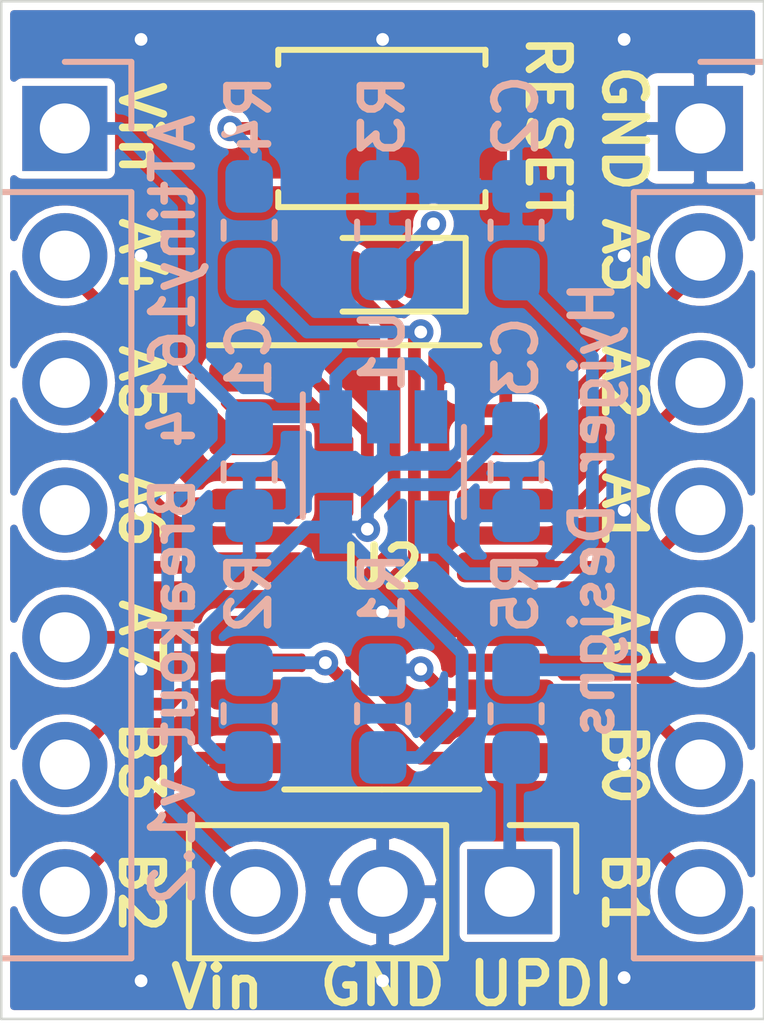
<source format=kicad_pcb>
(kicad_pcb (version 20171130) (host pcbnew "(5.1.4-0-10_14)")

  (general
    (thickness 1.6)
    (drawings 25)
    (tracks 118)
    (zones 0)
    (modules 15)
    (nets 20)
  )

  (page A4)
  (title_block
    (date 2019-08-03)
    (rev 1.2)
  )

  (layers
    (0 F.Cu signal hide)
    (31 B.Cu signal hide)
    (32 B.Adhes user hide)
    (33 F.Adhes user hide)
    (34 B.Paste user hide)
    (35 F.Paste user hide)
    (36 B.SilkS user hide)
    (37 F.SilkS user)
    (38 B.Mask user hide)
    (39 F.Mask user hide)
    (40 Dwgs.User user hide)
    (41 Cmts.User user hide)
    (42 Eco1.User user hide)
    (43 Eco2.User user hide)
    (44 Edge.Cuts user)
    (45 Margin user hide)
    (46 B.CrtYd user hide)
    (47 F.CrtYd user hide)
    (48 B.Fab user hide)
    (49 F.Fab user hide)
  )

  (setup
    (last_trace_width 0.254)
    (user_trace_width 0.254)
    (trace_clearance 0.1524)
    (zone_clearance 0.1524)
    (zone_45_only no)
    (trace_min 0.1524)
    (via_size 0.508)
    (via_drill 0.254)
    (via_min_size 0.508)
    (via_min_drill 0.254)
    (user_via 0.508 0.254)
    (uvia_size 0.3)
    (uvia_drill 0.1)
    (uvias_allowed no)
    (uvia_min_size 0.2)
    (uvia_min_drill 0.1)
    (edge_width 0.05)
    (segment_width 0.2)
    (pcb_text_width 0.3)
    (pcb_text_size 1.5 1.5)
    (mod_edge_width 0.12)
    (mod_text_size 1 1)
    (mod_text_width 0.15)
    (pad_size 1.524 1.524)
    (pad_drill 0.762)
    (pad_to_mask_clearance 0.0508)
    (aux_axis_origin 0 0)
    (visible_elements FFFFFF7F)
    (pcbplotparams
      (layerselection 0x010f0_ffffffff)
      (usegerberextensions true)
      (usegerberattributes false)
      (usegerberadvancedattributes false)
      (creategerberjobfile false)
      (excludeedgelayer true)
      (linewidth 0.100000)
      (plotframeref false)
      (viasonmask false)
      (mode 1)
      (useauxorigin false)
      (hpglpennumber 1)
      (hpglpenspeed 20)
      (hpglpendiameter 15.000000)
      (psnegative false)
      (psa4output false)
      (plotreference true)
      (plotvalue true)
      (plotinvisibletext false)
      (padsonsilk false)
      (subtractmaskfromsilk false)
      (outputformat 1)
      (mirror false)
      (drillshape 0)
      (scaleselection 1)
      (outputdirectory "gerbers"))
  )

  (net 0 "")
  (net 1 GND)
  (net 2 /V_in)
  (net 3 VCC)
  (net 4 /PA7)
  (net 5 /PA6)
  (net 6 /PA5)
  (net 7 /PA4)
  (net 8 /PA0)
  (net 9 /MOSI)
  (net 10 /MISO)
  (net 11 /SCL)
  (net 12 /SCA)
  (net 13 /SCK)
  (net 14 /TXD)
  (net 15 /RXD)
  (net 16 /UPDI)
  (net 17 "Net-(C2-Pad1)")
  (net 18 "Net-(D1-Pad1)")
  (net 19 "Net-(R4-Pad1)")

  (net_class Default "This is the default net class."
    (clearance 0.1524)
    (trace_width 0.254)
    (via_dia 0.508)
    (via_drill 0.254)
    (uvia_dia 0.3)
    (uvia_drill 0.1)
    (add_net /MISO)
    (add_net /MOSI)
    (add_net /PA0)
    (add_net /PA4)
    (add_net /PA5)
    (add_net /PA6)
    (add_net /PA7)
    (add_net /RXD)
    (add_net /SCA)
    (add_net /SCK)
    (add_net /SCL)
    (add_net /TXD)
    (add_net /UPDI)
    (add_net /V_in)
    (add_net GND)
    (add_net "Net-(C2-Pad1)")
    (add_net "Net-(D1-Pad1)")
    (add_net "Net-(R4-Pad1)")
    (add_net VCC)
  )

  (module Package_TO_SOT_SMD:SOT-23-5 (layer B.Cu) (tedit 5A02FF57) (tstamp 5D7498E7)
    (at 128.285 88.138 270)
    (descr "5-pin SOT23 package")
    (tags SOT-23-5)
    (path /5D749571)
    (attr smd)
    (fp_text reference U1 (at -2.413 0.015 90) (layer B.SilkS)
      (effects (font (size 0.8128 0.8128) (thickness 0.1524)) (justify mirror))
    )
    (fp_text value REG102-5 (at 0 -2.9 90) (layer B.Fab)
      (effects (font (size 1 1) (thickness 0.15)) (justify mirror))
    )
    (fp_line (start 0.9 1.55) (end 0.9 -1.55) (layer B.Fab) (width 0.1))
    (fp_line (start 0.9 -1.55) (end -0.9 -1.55) (layer B.Fab) (width 0.1))
    (fp_line (start -0.9 0.9) (end -0.9 -1.55) (layer B.Fab) (width 0.1))
    (fp_line (start 0.9 1.55) (end -0.25 1.55) (layer B.Fab) (width 0.1))
    (fp_line (start -0.9 0.9) (end -0.25 1.55) (layer B.Fab) (width 0.1))
    (fp_line (start -1.9 -1.8) (end -1.9 1.8) (layer B.CrtYd) (width 0.05))
    (fp_line (start 1.9 -1.8) (end -1.9 -1.8) (layer B.CrtYd) (width 0.05))
    (fp_line (start 1.9 1.8) (end 1.9 -1.8) (layer B.CrtYd) (width 0.05))
    (fp_line (start -1.9 1.8) (end 1.9 1.8) (layer B.CrtYd) (width 0.05))
    (fp_line (start 0.9 1.61) (end -1.55 1.61) (layer B.SilkS) (width 0.12))
    (fp_line (start -0.9 -1.61) (end 0.9 -1.61) (layer B.SilkS) (width 0.12))
    (fp_text user %R (at 0 0 180) (layer B.Fab)
      (effects (font (size 0.5 0.5) (thickness 0.075)) (justify mirror))
    )
    (pad 5 smd rect (at 1.1 0.95 270) (size 1.06 0.65) (layers B.Cu B.Paste B.Mask)
      (net 3 VCC))
    (pad 4 smd rect (at 1.1 -0.95 270) (size 1.06 0.65) (layers B.Cu B.Paste B.Mask)
      (net 17 "Net-(C2-Pad1)"))
    (pad 3 smd rect (at -1.1 -0.95 270) (size 1.06 0.65) (layers B.Cu B.Paste B.Mask)
      (net 2 /V_in))
    (pad 2 smd rect (at -1.1 0 270) (size 1.06 0.65) (layers B.Cu B.Paste B.Mask)
      (net 1 GND))
    (pad 1 smd rect (at -1.1 0.95 270) (size 1.06 0.65) (layers B.Cu B.Paste B.Mask)
      (net 2 /V_in))
    (model ${KISYS3DMOD}/Package_TO_SOT_SMD.3dshapes/SOT-23-5.wrl
      (at (xyz 0 0 0))
      (scale (xyz 1 1 1))
      (rotate (xyz 0 0 0))
    )
  )

  (module Connector_PinHeader_2.54mm:PinHeader_1x03_P2.54mm_Vertical (layer F.Cu) (tedit 59FED5CC) (tstamp 5D7498A7)
    (at 130.81 96.52 270)
    (descr "Through hole straight pin header, 1x03, 2.54mm pitch, single row")
    (tags "Through hole pin header THT 1x03 2.54mm single row")
    (path /5D4170CD)
    (fp_text reference J3 (at 0 -2.33 90) (layer F.SilkS) hide
      (effects (font (size 1 1) (thickness 0.15)))
    )
    (fp_text value UPDI (at 0 7.41 90) (layer F.Fab)
      (effects (font (size 1 1) (thickness 0.15)))
    )
    (fp_text user %R (at 0 2.54) (layer F.Fab)
      (effects (font (size 1 1) (thickness 0.15)))
    )
    (fp_line (start 1.8 -1.8) (end -1.8 -1.8) (layer F.CrtYd) (width 0.05))
    (fp_line (start 1.8 6.85) (end 1.8 -1.8) (layer F.CrtYd) (width 0.05))
    (fp_line (start -1.8 6.85) (end 1.8 6.85) (layer F.CrtYd) (width 0.05))
    (fp_line (start -1.8 -1.8) (end -1.8 6.85) (layer F.CrtYd) (width 0.05))
    (fp_line (start -1.33 -1.33) (end 0 -1.33) (layer F.SilkS) (width 0.12))
    (fp_line (start -1.33 0) (end -1.33 -1.33) (layer F.SilkS) (width 0.12))
    (fp_line (start -1.33 1.27) (end 1.33 1.27) (layer F.SilkS) (width 0.12))
    (fp_line (start 1.33 1.27) (end 1.33 6.41) (layer F.SilkS) (width 0.12))
    (fp_line (start -1.33 1.27) (end -1.33 6.41) (layer F.SilkS) (width 0.12))
    (fp_line (start -1.33 6.41) (end 1.33 6.41) (layer F.SilkS) (width 0.12))
    (fp_line (start -1.27 -0.635) (end -0.635 -1.27) (layer F.Fab) (width 0.1))
    (fp_line (start -1.27 6.35) (end -1.27 -0.635) (layer F.Fab) (width 0.1))
    (fp_line (start 1.27 6.35) (end -1.27 6.35) (layer F.Fab) (width 0.1))
    (fp_line (start 1.27 -1.27) (end 1.27 6.35) (layer F.Fab) (width 0.1))
    (fp_line (start -0.635 -1.27) (end 1.27 -1.27) (layer F.Fab) (width 0.1))
    (pad 3 thru_hole oval (at 0 5.08 270) (size 1.7 1.7) (drill 1) (layers *.Cu *.Mask)
      (net 2 /V_in))
    (pad 2 thru_hole oval (at 0 2.54 270) (size 1.7 1.7) (drill 1) (layers *.Cu *.Mask)
      (net 1 GND))
    (pad 1 thru_hole rect (at 0 0 270) (size 1.7 1.7) (drill 1) (layers *.Cu *.Mask)
      (net 16 /UPDI))
    (model ${KISYS3DMOD}/Connector_PinHeader_2.54mm.3dshapes/PinHeader_1x03_P2.54mm_Vertical.wrl
      (at (xyz 0 0 0))
      (scale (xyz 1 1 1))
      (rotate (xyz 0 0 0))
    )
  )

  (module Package_SO:SOIC-14_3.9x8.7mm_P1.27mm (layer F.Cu) (tedit 5C97300E) (tstamp 5D749853)
    (at 128.255 90.043)
    (descr "SOIC, 14 Pin (JEDEC MS-012AB, https://www.analog.com/media/en/package-pcb-resources/package/pkg_pdf/soic_narrow-r/r_14.pdf), generated with kicad-footprint-generator ipc_gullwing_generator.py")
    (tags "SOIC SO")
    (path /5D414195)
    (attr smd)
    (fp_text reference U2 (at 0 0 180) (layer F.SilkS)
      (effects (font (size 0.8128 0.8128) (thickness 0.1524)))
    )
    (fp_text value ATtiny1614-SS (at 0 5.28 180) (layer F.Fab)
      (effects (font (size 1 1) (thickness 0.15)))
    )
    (fp_text user %R (at 0 0 180) (layer F.Fab)
      (effects (font (size 0.98 0.98) (thickness 0.15)))
    )
    (fp_line (start 3.7 -4.58) (end -3.7 -4.58) (layer F.CrtYd) (width 0.05))
    (fp_line (start 3.7 4.58) (end 3.7 -4.58) (layer F.CrtYd) (width 0.05))
    (fp_line (start -3.7 4.58) (end 3.7 4.58) (layer F.CrtYd) (width 0.05))
    (fp_line (start -3.7 -4.58) (end -3.7 4.58) (layer F.CrtYd) (width 0.05))
    (fp_line (start -1.95 -3.35) (end -0.975 -4.325) (layer F.Fab) (width 0.1))
    (fp_line (start -1.95 4.325) (end -1.95 -3.35) (layer F.Fab) (width 0.1))
    (fp_line (start 1.95 4.325) (end -1.95 4.325) (layer F.Fab) (width 0.1))
    (fp_line (start 1.95 -4.325) (end 1.95 4.325) (layer F.Fab) (width 0.1))
    (fp_line (start -0.975 -4.325) (end 1.95 -4.325) (layer F.Fab) (width 0.1))
    (fp_line (start 0 -4.435) (end -3.45 -4.435) (layer F.SilkS) (width 0.12))
    (fp_line (start 0 -4.435) (end 1.95 -4.435) (layer F.SilkS) (width 0.12))
    (fp_line (start 0 4.435) (end -1.95 4.435) (layer F.SilkS) (width 0.12))
    (fp_line (start 0 4.435) (end 1.95 4.435) (layer F.SilkS) (width 0.12))
    (pad 14 smd roundrect (at 2.475 -3.81) (size 1.95 0.6) (layers F.Cu F.Paste F.Mask) (roundrect_rratio 0.25)
      (net 1 GND))
    (pad 13 smd roundrect (at 2.475 -2.54) (size 1.95 0.6) (layers F.Cu F.Paste F.Mask) (roundrect_rratio 0.25)
      (net 13 /SCK))
    (pad 12 smd roundrect (at 2.475 -1.27) (size 1.95 0.6) (layers F.Cu F.Paste F.Mask) (roundrect_rratio 0.25)
      (net 10 /MISO))
    (pad 11 smd roundrect (at 2.475 0) (size 1.95 0.6) (layers F.Cu F.Paste F.Mask) (roundrect_rratio 0.25)
      (net 9 /MOSI))
    (pad 10 smd roundrect (at 2.475 1.27) (size 1.95 0.6) (layers F.Cu F.Paste F.Mask) (roundrect_rratio 0.25)
      (net 8 /PA0))
    (pad 9 smd roundrect (at 2.475 2.54) (size 1.95 0.6) (layers F.Cu F.Paste F.Mask) (roundrect_rratio 0.25)
      (net 11 /SCL))
    (pad 8 smd roundrect (at 2.475 3.81) (size 1.95 0.6) (layers F.Cu F.Paste F.Mask) (roundrect_rratio 0.25)
      (net 12 /SCA))
    (pad 7 smd roundrect (at -2.475 3.81) (size 1.95 0.6) (layers F.Cu F.Paste F.Mask) (roundrect_rratio 0.25)
      (net 14 /TXD))
    (pad 6 smd roundrect (at -2.475 2.54) (size 1.95 0.6) (layers F.Cu F.Paste F.Mask) (roundrect_rratio 0.25)
      (net 15 /RXD))
    (pad 5 smd roundrect (at -2.475 1.27) (size 1.95 0.6) (layers F.Cu F.Paste F.Mask) (roundrect_rratio 0.25)
      (net 4 /PA7))
    (pad 4 smd roundrect (at -2.475 0) (size 1.95 0.6) (layers F.Cu F.Paste F.Mask) (roundrect_rratio 0.25)
      (net 5 /PA6))
    (pad 3 smd roundrect (at -2.475 -1.27) (size 1.95 0.6) (layers F.Cu F.Paste F.Mask) (roundrect_rratio 0.25)
      (net 6 /PA5))
    (pad 2 smd roundrect (at -2.475 -2.54) (size 1.95 0.6) (layers F.Cu F.Paste F.Mask) (roundrect_rratio 0.25)
      (net 7 /PA4))
    (pad 1 smd roundrect (at -2.475 -3.81) (size 1.95 0.6) (layers F.Cu F.Paste F.Mask) (roundrect_rratio 0.25)
      (net 3 VCC))
    (model ${KISYS3DMOD}/Package_SO.3dshapes/SOIC-14_3.9x8.7mm_P1.27mm.wrl
      (at (xyz 0 0 0))
      (scale (xyz 1 1 1))
      (rotate (xyz 0 0 0))
    )
  )

  (module LED_SMD:LED_0603_1608Metric_Pad1.05x0.95mm_HandSolder (layer F.Cu) (tedit 5B4B45C9) (tstamp 5D749810)
    (at 128.27 84.201 180)
    (descr "LED SMD 0603 (1608 Metric), square (rectangular) end terminal, IPC_7351 nominal, (Body size source: http://www.tortai-tech.com/upload/download/2011102023233369053.pdf), generated with kicad-footprint-generator")
    (tags "LED handsolder")
    (path /5D43F471)
    (attr smd)
    (fp_text reference D1 (at 0 -1.43) (layer F.SilkS) hide
      (effects (font (size 1 1) (thickness 0.15)))
    )
    (fp_text value LED (at 0 1.43) (layer F.Fab)
      (effects (font (size 1 1) (thickness 0.15)))
    )
    (fp_text user %R (at 0 0) (layer F.Fab)
      (effects (font (size 0.4 0.4) (thickness 0.06)))
    )
    (fp_line (start 1.65 0.73) (end -1.65 0.73) (layer F.CrtYd) (width 0.05))
    (fp_line (start 1.65 -0.73) (end 1.65 0.73) (layer F.CrtYd) (width 0.05))
    (fp_line (start -1.65 -0.73) (end 1.65 -0.73) (layer F.CrtYd) (width 0.05))
    (fp_line (start -1.65 0.73) (end -1.65 -0.73) (layer F.CrtYd) (width 0.05))
    (fp_line (start -1.66 0.735) (end 0.8 0.735) (layer F.SilkS) (width 0.12))
    (fp_line (start -1.66 -0.735) (end -1.66 0.735) (layer F.SilkS) (width 0.12))
    (fp_line (start 0.8 -0.735) (end -1.66 -0.735) (layer F.SilkS) (width 0.12))
    (fp_line (start 0.8 0.4) (end 0.8 -0.4) (layer F.Fab) (width 0.1))
    (fp_line (start -0.8 0.4) (end 0.8 0.4) (layer F.Fab) (width 0.1))
    (fp_line (start -0.8 -0.1) (end -0.8 0.4) (layer F.Fab) (width 0.1))
    (fp_line (start -0.5 -0.4) (end -0.8 -0.1) (layer F.Fab) (width 0.1))
    (fp_line (start 0.8 -0.4) (end -0.5 -0.4) (layer F.Fab) (width 0.1))
    (pad 2 smd roundrect (at 0.875 0 180) (size 1.05 0.95) (layers F.Cu F.Paste F.Mask) (roundrect_rratio 0.25)
      (net 4 /PA7))
    (pad 1 smd roundrect (at -0.875 0 180) (size 1.05 0.95) (layers F.Cu F.Paste F.Mask) (roundrect_rratio 0.25)
      (net 18 "Net-(D1-Pad1)"))
    (model ${KISYS3DMOD}/LED_SMD.3dshapes/LED_0603_1608Metric.wrl
      (at (xyz 0 0 0))
      (scale (xyz 1 1 1))
      (rotate (xyz 0 0 0))
    )
  )

  (module Connector_PinHeader_2.54mm:PinHeader_1x07_P2.54mm_Vertical (layer B.Cu) (tedit 59FED5CC) (tstamp 5D7497CA)
    (at 134.62 81.28 180)
    (descr "Through hole straight pin header, 1x07, 2.54mm pitch, single row")
    (tags "Through hole pin header THT 1x07 2.54mm single row")
    (path /5D415755)
    (fp_text reference J2 (at 0 2.33) (layer B.SilkS) hide
      (effects (font (size 1 1) (thickness 0.15)) (justify mirror))
    )
    (fp_text value Conn_01x07 (at 0 -17.57) (layer B.Fab)
      (effects (font (size 1 1) (thickness 0.15)) (justify mirror))
    )
    (fp_line (start -0.635 1.27) (end 1.27 1.27) (layer B.Fab) (width 0.1))
    (fp_line (start 1.27 1.27) (end 1.27 -16.51) (layer B.Fab) (width 0.1))
    (fp_line (start 1.27 -16.51) (end -1.27 -16.51) (layer B.Fab) (width 0.1))
    (fp_line (start -1.27 -16.51) (end -1.27 0.635) (layer B.Fab) (width 0.1))
    (fp_line (start -1.27 0.635) (end -0.635 1.27) (layer B.Fab) (width 0.1))
    (fp_line (start -1.33 -16.57) (end 1.33 -16.57) (layer B.SilkS) (width 0.12))
    (fp_line (start -1.33 -1.27) (end -1.33 -16.57) (layer B.SilkS) (width 0.12))
    (fp_line (start 1.33 -1.27) (end 1.33 -16.57) (layer B.SilkS) (width 0.12))
    (fp_line (start -1.33 -1.27) (end 1.33 -1.27) (layer B.SilkS) (width 0.12))
    (fp_line (start -1.33 0) (end -1.33 1.33) (layer B.SilkS) (width 0.12))
    (fp_line (start -1.33 1.33) (end 0 1.33) (layer B.SilkS) (width 0.12))
    (fp_line (start -1.8 1.8) (end -1.8 -17.05) (layer B.CrtYd) (width 0.05))
    (fp_line (start -1.8 -17.05) (end 1.8 -17.05) (layer B.CrtYd) (width 0.05))
    (fp_line (start 1.8 -17.05) (end 1.8 1.8) (layer B.CrtYd) (width 0.05))
    (fp_line (start 1.8 1.8) (end -1.8 1.8) (layer B.CrtYd) (width 0.05))
    (fp_text user %R (at 0 -7.62 270) (layer B.Fab)
      (effects (font (size 1 1) (thickness 0.15)) (justify mirror))
    )
    (pad 7 thru_hole oval (at 0 -15.24 180) (size 1.7 1.7) (drill 1) (layers *.Cu *.Mask)
      (net 12 /SCA))
    (pad 6 thru_hole oval (at 0 -12.7 180) (size 1.7 1.7) (drill 1) (layers *.Cu *.Mask)
      (net 11 /SCL))
    (pad 5 thru_hole oval (at 0 -10.16 180) (size 1.7 1.7) (drill 1) (layers *.Cu *.Mask)
      (net 8 /PA0))
    (pad 4 thru_hole oval (at 0 -7.62 180) (size 1.7 1.7) (drill 1) (layers *.Cu *.Mask)
      (net 9 /MOSI))
    (pad 3 thru_hole oval (at 0 -5.08 180) (size 1.7 1.7) (drill 1) (layers *.Cu *.Mask)
      (net 10 /MISO))
    (pad 2 thru_hole oval (at 0 -2.54 180) (size 1.7 1.7) (drill 1) (layers *.Cu *.Mask)
      (net 13 /SCK))
    (pad 1 thru_hole rect (at 0 0 180) (size 1.7 1.7) (drill 1) (layers *.Cu *.Mask)
      (net 1 GND))
    (model ${KISYS3DMOD}/Connector_PinHeader_2.54mm.3dshapes/PinHeader_1x07_P2.54mm_Vertical.wrl
      (at (xyz 0 0 0))
      (scale (xyz 1 1 1))
      (rotate (xyz 0 0 0))
    )
  )

  (module Button_Switch_SMD:SW_Push_SPST_NO_Alps_SKRK (layer F.Cu) (tedit 5C2A8900) (tstamp 5D749786)
    (at 128.255 81.28)
    (descr http://www.alps.com/prod/info/E/HTML/Tact/SurfaceMount/SKRK/SKRKAHE020.html)
    (tags "SMD SMT button")
    (path /5D4F7A07)
    (attr smd)
    (fp_text reference SW1 (at 0 -2.25) (layer F.SilkS) hide
      (effects (font (size 1 1) (thickness 0.15)))
    )
    (fp_text value Reset (at 0 2.5) (layer F.Fab)
      (effects (font (size 1 1) (thickness 0.15)))
    )
    (fp_line (start -2.07 -1.57) (end 2.07 -1.57) (layer F.SilkS) (width 0.12))
    (fp_line (start 2.07 1.27) (end 2.07 1.57) (layer F.SilkS) (width 0.12))
    (fp_line (start 2.07 1.57) (end -2.07 1.57) (layer F.SilkS) (width 0.12))
    (fp_line (start -2.07 -1.27) (end -2.07 -1.57) (layer F.SilkS) (width 0.12))
    (fp_circle (center 0 0) (end 1 0) (layer F.Fab) (width 0.1))
    (fp_text user %R (at 0 0) (layer F.Fab)
      (effects (font (size 1 1) (thickness 0.15)))
    )
    (fp_line (start -2.75 -1.7) (end 2.75 -1.7) (layer F.CrtYd) (width 0.05))
    (fp_line (start 2.75 -1.7) (end 2.75 1.7) (layer F.CrtYd) (width 0.05))
    (fp_line (start 2.75 1.7) (end -2.75 1.7) (layer F.CrtYd) (width 0.05))
    (fp_line (start -2.75 1.7) (end -2.75 -1.7) (layer F.CrtYd) (width 0.05))
    (fp_line (start 1.95 1.45) (end -1.95 1.45) (layer F.Fab) (width 0.1))
    (fp_line (start -1.95 1.45) (end -1.95 -1.45) (layer F.Fab) (width 0.1))
    (fp_line (start -1.95 -1.45) (end 1.95 -1.45) (layer F.Fab) (width 0.1))
    (fp_line (start 1.95 -1.45) (end 1.95 1.45) (layer F.Fab) (width 0.1))
    (fp_line (start -2.07 1.57) (end -2.07 1.27) (layer F.SilkS) (width 0.12))
    (fp_line (start 2.07 -1.57) (end 2.07 -1.27) (layer F.SilkS) (width 0.12))
    (pad 1 smd roundrect (at -2.1 0) (size 0.8 2) (layers F.Cu F.Paste F.Mask) (roundrect_rratio 0.25)
      (net 19 "Net-(R4-Pad1)"))
    (pad 2 smd roundrect (at 2.1 0) (size 0.8 2) (layers F.Cu F.Paste F.Mask) (roundrect_rratio 0.25)
      (net 1 GND))
    (model ${KISYS3DMOD}/Button_Switch_SMD.3dshapes/SW_Push_SPST_NO_Alps_SKRK.wrl
      (at (xyz 0 0 0))
      (scale (xyz 1 1 1))
      (rotate (xyz 0 0 0))
    )
    (model ${KISYS3DMOD}/Button_Switch_SMD.3dshapes/SW_SPST_B3U-1000P-B.wrl
      (at (xyz 0 0 0))
      (scale (xyz 1 1 1))
      (rotate (xyz 0 0 0))
    )
  )

  (module Resistor_SMD:R_0603_1608Metric_Pad1.05x0.95mm_HandSolder (layer B.Cu) (tedit 5B301BBD) (tstamp 5D749751)
    (at 128.27 83.312 90)
    (descr "Resistor SMD 0603 (1608 Metric), square (rectangular) end terminal, IPC_7351 nominal with elongated pad for handsoldering. (Body size source: http://www.tortai-tech.com/upload/download/2011102023233369053.pdf), generated with kicad-footprint-generator")
    (tags "resistor handsolder")
    (path /5D43FD88)
    (attr smd)
    (fp_text reference R3 (at 2.286 0 90) (layer B.SilkS)
      (effects (font (size 0.8128 0.8128) (thickness 0.1524)) (justify mirror))
    )
    (fp_text value 2.2K (at 0 -1.43 90) (layer B.Fab)
      (effects (font (size 1 1) (thickness 0.15)) (justify mirror))
    )
    (fp_line (start -0.8 -0.4) (end -0.8 0.4) (layer B.Fab) (width 0.1))
    (fp_line (start -0.8 0.4) (end 0.8 0.4) (layer B.Fab) (width 0.1))
    (fp_line (start 0.8 0.4) (end 0.8 -0.4) (layer B.Fab) (width 0.1))
    (fp_line (start 0.8 -0.4) (end -0.8 -0.4) (layer B.Fab) (width 0.1))
    (fp_line (start -0.171267 0.51) (end 0.171267 0.51) (layer B.SilkS) (width 0.12))
    (fp_line (start -0.171267 -0.51) (end 0.171267 -0.51) (layer B.SilkS) (width 0.12))
    (fp_line (start -1.65 -0.73) (end -1.65 0.73) (layer B.CrtYd) (width 0.05))
    (fp_line (start -1.65 0.73) (end 1.65 0.73) (layer B.CrtYd) (width 0.05))
    (fp_line (start 1.65 0.73) (end 1.65 -0.73) (layer B.CrtYd) (width 0.05))
    (fp_line (start 1.65 -0.73) (end -1.65 -0.73) (layer B.CrtYd) (width 0.05))
    (fp_text user %R (at 0 0 90) (layer B.Fab)
      (effects (font (size 0.4 0.4) (thickness 0.06)) (justify mirror))
    )
    (pad 2 smd roundrect (at 0.875 0 90) (size 1.05 0.95) (layers B.Cu B.Paste B.Mask) (roundrect_rratio 0.25)
      (net 1 GND))
    (pad 1 smd roundrect (at -0.875 0 90) (size 1.05 0.95) (layers B.Cu B.Paste B.Mask) (roundrect_rratio 0.25)
      (net 18 "Net-(D1-Pad1)"))
    (model ${KISYS3DMOD}/Resistor_SMD.3dshapes/R_0603_1608Metric.wrl
      (at (xyz 0 0 0))
      (scale (xyz 1 1 1))
      (rotate (xyz 0 0 0))
    )
  )

  (module Resistor_SMD:R_0603_1608Metric_Pad1.05x0.95mm_HandSolder (layer B.Cu) (tedit 5B301BBD) (tstamp 5D749721)
    (at 130.937 92.964 90)
    (descr "Resistor SMD 0603 (1608 Metric), square (rectangular) end terminal, IPC_7351 nominal with elongated pad for handsoldering. (Body size source: http://www.tortai-tech.com/upload/download/2011102023233369053.pdf), generated with kicad-footprint-generator")
    (tags "resistor handsolder")
    (path /5D419634)
    (attr smd)
    (fp_text reference R5 (at 2.413 0 270) (layer B.SilkS)
      (effects (font (size 0.8128 0.8128) (thickness 0.1524)) (justify mirror))
    )
    (fp_text value 4.7K (at 0 -1.43 270) (layer B.Fab)
      (effects (font (size 1 1) (thickness 0.15)) (justify mirror))
    )
    (fp_line (start -0.8 -0.4) (end -0.8 0.4) (layer B.Fab) (width 0.1))
    (fp_line (start -0.8 0.4) (end 0.8 0.4) (layer B.Fab) (width 0.1))
    (fp_line (start 0.8 0.4) (end 0.8 -0.4) (layer B.Fab) (width 0.1))
    (fp_line (start 0.8 -0.4) (end -0.8 -0.4) (layer B.Fab) (width 0.1))
    (fp_line (start -0.171267 0.51) (end 0.171267 0.51) (layer B.SilkS) (width 0.12))
    (fp_line (start -0.171267 -0.51) (end 0.171267 -0.51) (layer B.SilkS) (width 0.12))
    (fp_line (start -1.65 -0.73) (end -1.65 0.73) (layer B.CrtYd) (width 0.05))
    (fp_line (start -1.65 0.73) (end 1.65 0.73) (layer B.CrtYd) (width 0.05))
    (fp_line (start 1.65 0.73) (end 1.65 -0.73) (layer B.CrtYd) (width 0.05))
    (fp_line (start 1.65 -0.73) (end -1.65 -0.73) (layer B.CrtYd) (width 0.05))
    (fp_text user %R (at 0 0 270) (layer B.Fab)
      (effects (font (size 0.4 0.4) (thickness 0.06)) (justify mirror))
    )
    (pad 2 smd roundrect (at 0.875 0 90) (size 1.05 0.95) (layers B.Cu B.Paste B.Mask) (roundrect_rratio 0.25)
      (net 8 /PA0))
    (pad 1 smd roundrect (at -0.875 0 90) (size 1.05 0.95) (layers B.Cu B.Paste B.Mask) (roundrect_rratio 0.25)
      (net 16 /UPDI))
    (model ${KISYS3DMOD}/Resistor_SMD.3dshapes/R_0603_1608Metric.wrl
      (at (xyz 0 0 0))
      (scale (xyz 1 1 1))
      (rotate (xyz 0 0 0))
    )
  )

  (module Resistor_SMD:R_0603_1608Metric_Pad1.05x0.95mm_HandSolder (layer B.Cu) (tedit 5B301BBD) (tstamp 5D7496F1)
    (at 125.603 92.964 270)
    (descr "Resistor SMD 0603 (1608 Metric), square (rectangular) end terminal, IPC_7351 nominal with elongated pad for handsoldering. (Body size source: http://www.tortai-tech.com/upload/download/2011102023233369053.pdf), generated with kicad-footprint-generator")
    (tags "resistor handsolder")
    (path /5D5040A8)
    (attr smd)
    (fp_text reference R2 (at -2.413 0 90) (layer B.SilkS)
      (effects (font (size 0.8128 0.8128) (thickness 0.1524)) (justify mirror))
    )
    (fp_text value 10K (at 0 -1.43 90) (layer B.Fab)
      (effects (font (size 1 1) (thickness 0.15)) (justify mirror))
    )
    (fp_line (start -0.8 -0.4) (end -0.8 0.4) (layer B.Fab) (width 0.1))
    (fp_line (start -0.8 0.4) (end 0.8 0.4) (layer B.Fab) (width 0.1))
    (fp_line (start 0.8 0.4) (end 0.8 -0.4) (layer B.Fab) (width 0.1))
    (fp_line (start 0.8 -0.4) (end -0.8 -0.4) (layer B.Fab) (width 0.1))
    (fp_line (start -0.171267 0.51) (end 0.171267 0.51) (layer B.SilkS) (width 0.12))
    (fp_line (start -0.171267 -0.51) (end 0.171267 -0.51) (layer B.SilkS) (width 0.12))
    (fp_line (start -1.65 -0.73) (end -1.65 0.73) (layer B.CrtYd) (width 0.05))
    (fp_line (start -1.65 0.73) (end 1.65 0.73) (layer B.CrtYd) (width 0.05))
    (fp_line (start 1.65 0.73) (end 1.65 -0.73) (layer B.CrtYd) (width 0.05))
    (fp_line (start 1.65 -0.73) (end -1.65 -0.73) (layer B.CrtYd) (width 0.05))
    (fp_text user %R (at 0 0 90) (layer B.Fab)
      (effects (font (size 0.4 0.4) (thickness 0.06)) (justify mirror))
    )
    (pad 2 smd roundrect (at 0.875 0 270) (size 1.05 0.95) (layers B.Cu B.Paste B.Mask) (roundrect_rratio 0.25)
      (net 3 VCC))
    (pad 1 smd roundrect (at -0.875 0 270) (size 1.05 0.95) (layers B.Cu B.Paste B.Mask) (roundrect_rratio 0.25)
      (net 12 /SCA))
    (model ${KISYS3DMOD}/Resistor_SMD.3dshapes/R_0603_1608Metric.wrl
      (at (xyz 0 0 0))
      (scale (xyz 1 1 1))
      (rotate (xyz 0 0 0))
    )
  )

  (module Resistor_SMD:R_0603_1608Metric_Pad1.05x0.95mm_HandSolder (layer B.Cu) (tedit 5B301BBD) (tstamp 5D7496C1)
    (at 128.27 92.964 270)
    (descr "Resistor SMD 0603 (1608 Metric), square (rectangular) end terminal, IPC_7351 nominal with elongated pad for handsoldering. (Body size source: http://www.tortai-tech.com/upload/download/2011102023233369053.pdf), generated with kicad-footprint-generator")
    (tags "resistor handsolder")
    (path /5D509445)
    (attr smd)
    (fp_text reference R1 (at -2.413 0 90) (layer B.SilkS)
      (effects (font (size 0.8128 0.8128) (thickness 0.1524)) (justify mirror))
    )
    (fp_text value 10K (at 0 -1.43 90) (layer B.Fab)
      (effects (font (size 1 1) (thickness 0.15)) (justify mirror))
    )
    (fp_line (start -0.8 -0.4) (end -0.8 0.4) (layer B.Fab) (width 0.1))
    (fp_line (start -0.8 0.4) (end 0.8 0.4) (layer B.Fab) (width 0.1))
    (fp_line (start 0.8 0.4) (end 0.8 -0.4) (layer B.Fab) (width 0.1))
    (fp_line (start 0.8 -0.4) (end -0.8 -0.4) (layer B.Fab) (width 0.1))
    (fp_line (start -0.171267 0.51) (end 0.171267 0.51) (layer B.SilkS) (width 0.12))
    (fp_line (start -0.171267 -0.51) (end 0.171267 -0.51) (layer B.SilkS) (width 0.12))
    (fp_line (start -1.65 -0.73) (end -1.65 0.73) (layer B.CrtYd) (width 0.05))
    (fp_line (start -1.65 0.73) (end 1.65 0.73) (layer B.CrtYd) (width 0.05))
    (fp_line (start 1.65 0.73) (end 1.65 -0.73) (layer B.CrtYd) (width 0.05))
    (fp_line (start 1.65 -0.73) (end -1.65 -0.73) (layer B.CrtYd) (width 0.05))
    (fp_text user %R (at 0 0 90) (layer B.Fab)
      (effects (font (size 0.4 0.4) (thickness 0.06)) (justify mirror))
    )
    (pad 2 smd roundrect (at 0.875 0 270) (size 1.05 0.95) (layers B.Cu B.Paste B.Mask) (roundrect_rratio 0.25)
      (net 3 VCC))
    (pad 1 smd roundrect (at -0.875 0 270) (size 1.05 0.95) (layers B.Cu B.Paste B.Mask) (roundrect_rratio 0.25)
      (net 11 /SCL))
    (model ${KISYS3DMOD}/Resistor_SMD.3dshapes/R_0603_1608Metric.wrl
      (at (xyz 0 0 0))
      (scale (xyz 1 1 1))
      (rotate (xyz 0 0 0))
    )
  )

  (module Resistor_SMD:R_0603_1608Metric_Pad1.05x0.95mm_HandSolder (layer B.Cu) (tedit 5B301BBD) (tstamp 5D749691)
    (at 125.603 83.312 270)
    (descr "Resistor SMD 0603 (1608 Metric), square (rectangular) end terminal, IPC_7351 nominal with elongated pad for handsoldering. (Body size source: http://www.tortai-tech.com/upload/download/2011102023233369053.pdf), generated with kicad-footprint-generator")
    (tags "resistor handsolder")
    (path /5D4FB847)
    (attr smd)
    (fp_text reference R4 (at -2.286 0 90) (layer B.SilkS)
      (effects (font (size 0.8128 0.8128) (thickness 0.1524)) (justify mirror))
    )
    (fp_text value 100R (at 0 -1.43 90) (layer B.Fab)
      (effects (font (size 1 1) (thickness 0.15)) (justify mirror))
    )
    (fp_line (start -0.8 -0.4) (end -0.8 0.4) (layer B.Fab) (width 0.1))
    (fp_line (start -0.8 0.4) (end 0.8 0.4) (layer B.Fab) (width 0.1))
    (fp_line (start 0.8 0.4) (end 0.8 -0.4) (layer B.Fab) (width 0.1))
    (fp_line (start 0.8 -0.4) (end -0.8 -0.4) (layer B.Fab) (width 0.1))
    (fp_line (start -0.171267 0.51) (end 0.171267 0.51) (layer B.SilkS) (width 0.12))
    (fp_line (start -0.171267 -0.51) (end 0.171267 -0.51) (layer B.SilkS) (width 0.12))
    (fp_line (start -1.65 -0.73) (end -1.65 0.73) (layer B.CrtYd) (width 0.05))
    (fp_line (start -1.65 0.73) (end 1.65 0.73) (layer B.CrtYd) (width 0.05))
    (fp_line (start 1.65 0.73) (end 1.65 -0.73) (layer B.CrtYd) (width 0.05))
    (fp_line (start 1.65 -0.73) (end -1.65 -0.73) (layer B.CrtYd) (width 0.05))
    (fp_text user %R (at 0 0 90) (layer B.Fab)
      (effects (font (size 0.4 0.4) (thickness 0.06)) (justify mirror))
    )
    (pad 2 smd roundrect (at 0.875 0 270) (size 1.05 0.95) (layers B.Cu B.Paste B.Mask) (roundrect_rratio 0.25)
      (net 8 /PA0))
    (pad 1 smd roundrect (at -0.875 0 270) (size 1.05 0.95) (layers B.Cu B.Paste B.Mask) (roundrect_rratio 0.25)
      (net 19 "Net-(R4-Pad1)"))
    (model ${KISYS3DMOD}/Resistor_SMD.3dshapes/R_0603_1608Metric.wrl
      (at (xyz 0 0 0))
      (scale (xyz 1 1 1))
      (rotate (xyz 0 0 0))
    )
  )

  (module Connector_PinHeader_2.54mm:PinHeader_1x07_P2.54mm_Vertical (layer B.Cu) (tedit 59FED5CC) (tstamp 5D74964D)
    (at 121.92 81.28 180)
    (descr "Through hole straight pin header, 1x07, 2.54mm pitch, single row")
    (tags "Through hole pin header THT 1x07 2.54mm single row")
    (path /5D414FA1)
    (fp_text reference J1 (at 0 2.33) (layer B.SilkS) hide
      (effects (font (size 1 1) (thickness 0.15)) (justify mirror))
    )
    (fp_text value Conn_01x07 (at 0 -17.57) (layer B.Fab)
      (effects (font (size 1 1) (thickness 0.15)) (justify mirror))
    )
    (fp_line (start -0.635 1.27) (end 1.27 1.27) (layer B.Fab) (width 0.1))
    (fp_line (start 1.27 1.27) (end 1.27 -16.51) (layer B.Fab) (width 0.1))
    (fp_line (start 1.27 -16.51) (end -1.27 -16.51) (layer B.Fab) (width 0.1))
    (fp_line (start -1.27 -16.51) (end -1.27 0.635) (layer B.Fab) (width 0.1))
    (fp_line (start -1.27 0.635) (end -0.635 1.27) (layer B.Fab) (width 0.1))
    (fp_line (start -1.33 -16.57) (end 1.33 -16.57) (layer B.SilkS) (width 0.12))
    (fp_line (start -1.33 -1.27) (end -1.33 -16.57) (layer B.SilkS) (width 0.12))
    (fp_line (start 1.33 -1.27) (end 1.33 -16.57) (layer B.SilkS) (width 0.12))
    (fp_line (start -1.33 -1.27) (end 1.33 -1.27) (layer B.SilkS) (width 0.12))
    (fp_line (start -1.33 0) (end -1.33 1.33) (layer B.SilkS) (width 0.12))
    (fp_line (start -1.33 1.33) (end 0 1.33) (layer B.SilkS) (width 0.12))
    (fp_line (start -1.8 1.8) (end -1.8 -17.05) (layer B.CrtYd) (width 0.05))
    (fp_line (start -1.8 -17.05) (end 1.8 -17.05) (layer B.CrtYd) (width 0.05))
    (fp_line (start 1.8 -17.05) (end 1.8 1.8) (layer B.CrtYd) (width 0.05))
    (fp_line (start 1.8 1.8) (end -1.8 1.8) (layer B.CrtYd) (width 0.05))
    (fp_text user %R (at 0 -7.62 270) (layer B.Fab)
      (effects (font (size 1 1) (thickness 0.15)) (justify mirror))
    )
    (pad 7 thru_hole oval (at 0 -15.24 180) (size 1.7 1.7) (drill 1) (layers *.Cu *.Mask)
      (net 14 /TXD))
    (pad 6 thru_hole oval (at 0 -12.7 180) (size 1.7 1.7) (drill 1) (layers *.Cu *.Mask)
      (net 15 /RXD))
    (pad 5 thru_hole oval (at 0 -10.16 180) (size 1.7 1.7) (drill 1) (layers *.Cu *.Mask)
      (net 4 /PA7))
    (pad 4 thru_hole oval (at 0 -7.62 180) (size 1.7 1.7) (drill 1) (layers *.Cu *.Mask)
      (net 5 /PA6))
    (pad 3 thru_hole oval (at 0 -5.08 180) (size 1.7 1.7) (drill 1) (layers *.Cu *.Mask)
      (net 6 /PA5))
    (pad 2 thru_hole oval (at 0 -2.54 180) (size 1.7 1.7) (drill 1) (layers *.Cu *.Mask)
      (net 7 /PA4))
    (pad 1 thru_hole rect (at 0 0 180) (size 1.7 1.7) (drill 1) (layers *.Cu *.Mask)
      (net 2 /V_in))
    (model ${KISYS3DMOD}/Connector_PinHeader_2.54mm.3dshapes/PinHeader_1x07_P2.54mm_Vertical.wrl
      (at (xyz 0 0 0))
      (scale (xyz 1 1 1))
      (rotate (xyz 0 0 0))
    )
  )

  (module Capacitor_SMD:C_0603_1608Metric_Pad1.05x0.95mm_HandSolder (layer B.Cu) (tedit 5B301BBE) (tstamp 5D749613)
    (at 130.937 83.312 90)
    (descr "Capacitor SMD 0603 (1608 Metric), square (rectangular) end terminal, IPC_7351 nominal with elongated pad for handsoldering. (Body size source: http://www.tortai-tech.com/upload/download/2011102023233369053.pdf), generated with kicad-footprint-generator")
    (tags "capacitor handsolder")
    (path /5D41B90A)
    (attr smd)
    (fp_text reference C2 (at 2.286 0 90) (layer B.SilkS)
      (effects (font (size 0.8128 0.8128) (thickness 0.1524)) (justify mirror))
    )
    (fp_text value 10nF (at 0 -1.43 90) (layer B.Fab)
      (effects (font (size 1 1) (thickness 0.15)) (justify mirror))
    )
    (fp_line (start -0.8 -0.4) (end -0.8 0.4) (layer B.Fab) (width 0.1))
    (fp_line (start -0.8 0.4) (end 0.8 0.4) (layer B.Fab) (width 0.1))
    (fp_line (start 0.8 0.4) (end 0.8 -0.4) (layer B.Fab) (width 0.1))
    (fp_line (start 0.8 -0.4) (end -0.8 -0.4) (layer B.Fab) (width 0.1))
    (fp_line (start -0.171267 0.51) (end 0.171267 0.51) (layer B.SilkS) (width 0.12))
    (fp_line (start -0.171267 -0.51) (end 0.171267 -0.51) (layer B.SilkS) (width 0.12))
    (fp_line (start -1.65 -0.73) (end -1.65 0.73) (layer B.CrtYd) (width 0.05))
    (fp_line (start -1.65 0.73) (end 1.65 0.73) (layer B.CrtYd) (width 0.05))
    (fp_line (start 1.65 0.73) (end 1.65 -0.73) (layer B.CrtYd) (width 0.05))
    (fp_line (start 1.65 -0.73) (end -1.65 -0.73) (layer B.CrtYd) (width 0.05))
    (fp_text user %R (at 0 0 90) (layer B.Fab)
      (effects (font (size 0.4 0.4) (thickness 0.06)) (justify mirror))
    )
    (pad 2 smd roundrect (at 0.875 0 90) (size 1.05 0.95) (layers B.Cu B.Paste B.Mask) (roundrect_rratio 0.25)
      (net 1 GND))
    (pad 1 smd roundrect (at -0.875 0 90) (size 1.05 0.95) (layers B.Cu B.Paste B.Mask) (roundrect_rratio 0.25)
      (net 17 "Net-(C2-Pad1)"))
    (model ${KISYS3DMOD}/Capacitor_SMD.3dshapes/C_0603_1608Metric.wrl
      (at (xyz 0 0 0))
      (scale (xyz 1 1 1))
      (rotate (xyz 0 0 0))
    )
  )

  (module Capacitor_SMD:C_0603_1608Metric_Pad1.05x0.95mm_HandSolder (layer B.Cu) (tedit 5B301BBE) (tstamp 5D7495E3)
    (at 130.937 88.138 270)
    (descr "Capacitor SMD 0603 (1608 Metric), square (rectangular) end terminal, IPC_7351 nominal with elongated pad for handsoldering. (Body size source: http://www.tortai-tech.com/upload/download/2011102023233369053.pdf), generated with kicad-footprint-generator")
    (tags "capacitor handsolder")
    (path /5D41A812)
    (attr smd)
    (fp_text reference C3 (at -2.286 0 90) (layer B.SilkS)
      (effects (font (size 0.8128 0.8128) (thickness 0.1524)) (justify mirror))
    )
    (fp_text value 2.2uF (at 0 -1.43 90) (layer B.Fab)
      (effects (font (size 1 1) (thickness 0.15)) (justify mirror))
    )
    (fp_line (start -0.8 -0.4) (end -0.8 0.4) (layer B.Fab) (width 0.1))
    (fp_line (start -0.8 0.4) (end 0.8 0.4) (layer B.Fab) (width 0.1))
    (fp_line (start 0.8 0.4) (end 0.8 -0.4) (layer B.Fab) (width 0.1))
    (fp_line (start 0.8 -0.4) (end -0.8 -0.4) (layer B.Fab) (width 0.1))
    (fp_line (start -0.171267 0.51) (end 0.171267 0.51) (layer B.SilkS) (width 0.12))
    (fp_line (start -0.171267 -0.51) (end 0.171267 -0.51) (layer B.SilkS) (width 0.12))
    (fp_line (start -1.65 -0.73) (end -1.65 0.73) (layer B.CrtYd) (width 0.05))
    (fp_line (start -1.65 0.73) (end 1.65 0.73) (layer B.CrtYd) (width 0.05))
    (fp_line (start 1.65 0.73) (end 1.65 -0.73) (layer B.CrtYd) (width 0.05))
    (fp_line (start 1.65 -0.73) (end -1.65 -0.73) (layer B.CrtYd) (width 0.05))
    (fp_text user %R (at 0 0 90) (layer B.Fab)
      (effects (font (size 0.4 0.4) (thickness 0.06)) (justify mirror))
    )
    (pad 2 smd roundrect (at 0.875 0 270) (size 1.05 0.95) (layers B.Cu B.Paste B.Mask) (roundrect_rratio 0.25)
      (net 1 GND))
    (pad 1 smd roundrect (at -0.875 0 270) (size 1.05 0.95) (layers B.Cu B.Paste B.Mask) (roundrect_rratio 0.25)
      (net 3 VCC))
    (model ${KISYS3DMOD}/Capacitor_SMD.3dshapes/C_0603_1608Metric.wrl
      (at (xyz 0 0 0))
      (scale (xyz 1 1 1))
      (rotate (xyz 0 0 0))
    )
  )

  (module Capacitor_SMD:C_0603_1608Metric_Pad1.05x0.95mm_HandSolder (layer B.Cu) (tedit 5B301BBE) (tstamp 5D7495B3)
    (at 125.603 88.138 270)
    (descr "Capacitor SMD 0603 (1608 Metric), square (rectangular) end terminal, IPC_7351 nominal with elongated pad for handsoldering. (Body size source: http://www.tortai-tech.com/upload/download/2011102023233369053.pdf), generated with kicad-footprint-generator")
    (tags "capacitor handsolder")
    (path /5D41ADA6)
    (attr smd)
    (fp_text reference C1 (at -2.286 0 90) (layer B.SilkS)
      (effects (font (size 0.8128 0.8128) (thickness 0.1524)) (justify mirror))
    )
    (fp_text value 1uF (at 0 -1.43 90) (layer B.Fab)
      (effects (font (size 1 1) (thickness 0.15)) (justify mirror))
    )
    (fp_line (start -0.8 -0.4) (end -0.8 0.4) (layer B.Fab) (width 0.1))
    (fp_line (start -0.8 0.4) (end 0.8 0.4) (layer B.Fab) (width 0.1))
    (fp_line (start 0.8 0.4) (end 0.8 -0.4) (layer B.Fab) (width 0.1))
    (fp_line (start 0.8 -0.4) (end -0.8 -0.4) (layer B.Fab) (width 0.1))
    (fp_line (start -0.171267 0.51) (end 0.171267 0.51) (layer B.SilkS) (width 0.12))
    (fp_line (start -0.171267 -0.51) (end 0.171267 -0.51) (layer B.SilkS) (width 0.12))
    (fp_line (start -1.65 -0.73) (end -1.65 0.73) (layer B.CrtYd) (width 0.05))
    (fp_line (start -1.65 0.73) (end 1.65 0.73) (layer B.CrtYd) (width 0.05))
    (fp_line (start 1.65 0.73) (end 1.65 -0.73) (layer B.CrtYd) (width 0.05))
    (fp_line (start 1.65 -0.73) (end -1.65 -0.73) (layer B.CrtYd) (width 0.05))
    (fp_text user %R (at 0 0 90) (layer B.Fab)
      (effects (font (size 0.4 0.4) (thickness 0.06)) (justify mirror))
    )
    (pad 2 smd roundrect (at 0.875 0 270) (size 1.05 0.95) (layers B.Cu B.Paste B.Mask) (roundrect_rratio 0.25)
      (net 1 GND))
    (pad 1 smd roundrect (at -0.875 0 270) (size 1.05 0.95) (layers B.Cu B.Paste B.Mask) (roundrect_rratio 0.25)
      (net 2 /V_in))
    (model ${KISYS3DMOD}/Capacitor_SMD.3dshapes/C_0603_1608Metric.wrl
      (at (xyz 0 0 0))
      (scale (xyz 1 1 1))
      (rotate (xyz 0 0 0))
    )
  )

  (gr_text "Hyiger Designs" (at 132.461 88.9 90) (layer B.SilkS) (tstamp 5D749FF0)
    (effects (font (size 0.8128 0.8128) (thickness 0.1524)) (justify mirror))
  )
  (gr_text . (at 125.73 84.582) (layer F.SilkS) (tstamp 5D749916)
    (effects (font (size 1.27 1.27) (thickness 0.254)))
  )
  (gr_text Vin (at 124.968 98.425) (layer F.SilkS) (tstamp 5D749913)
    (effects (font (size 0.8128 0.8128) (thickness 0.1524)))
  )
  (gr_text "ATtiny1614 Breakout v1.2" (at 124.079 88.9 90) (layer B.SilkS) (tstamp 5D749910)
    (effects (font (size 0.8128 0.8128) (thickness 0.1524)) (justify mirror))
  )
  (gr_text RESET (at 131.572 81.28 270) (layer F.SilkS) (tstamp 5D749919)
    (effects (font (size 0.8128 0.8128) (thickness 0.1524)))
  )
  (gr_text GND (at 128.27 98.3615) (layer F.SilkS) (tstamp 5D749949)
    (effects (font (size 0.8128 0.8128) (thickness 0.1524)))
  )
  (gr_text UPDI (at 131.445 98.3615) (layer F.SilkS) (tstamp 5D749946)
    (effects (font (size 0.8128 0.8128) (thickness 0.1524)))
  )
  (gr_text GND (at 133.096 81.28 270) (layer F.SilkS) (tstamp 5D749943)
    (effects (font (size 0.8128 0.8128) (thickness 0.1524)))
  )
  (gr_text Vin (at 123.444 81.28 270) (layer F.SilkS) (tstamp 5D749940)
    (effects (font (size 0.8128 0.8128) (thickness 0.1524)))
  )
  (gr_text B2 (at 123.444 96.52 270) (layer F.SilkS) (tstamp 5D74993D)
    (effects (font (size 0.8128 0.8128) (thickness 0.1524)))
  )
  (gr_text B3 (at 123.444 93.921943 270) (layer F.SilkS) (tstamp 5D74993A)
    (effects (font (size 0.8128 0.8128) (thickness 0.1524)))
  )
  (gr_text A7 (at 123.444 91.44 270) (layer F.SilkS) (tstamp 5D749937)
    (effects (font (size 0.8128 0.8128) (thickness 0.1524)))
  )
  (gr_text A6 (at 123.444 88.9 270) (layer F.SilkS) (tstamp 5D749934)
    (effects (font (size 0.8128 0.8128) (thickness 0.1524)))
  )
  (gr_text A5 (at 123.444 86.36 270) (layer F.SilkS) (tstamp 5D749931)
    (effects (font (size 0.8128 0.8128) (thickness 0.1524)))
  )
  (gr_text A4 (at 123.444 83.82 270) (layer F.SilkS) (tstamp 5D74992E)
    (effects (font (size 0.8128 0.8128) (thickness 0.1524)))
  )
  (gr_text A3 (at 133.096 83.82 270) (layer F.SilkS) (tstamp 5D74992B)
    (effects (font (size 0.8128 0.8128) (thickness 0.1524)))
  )
  (gr_text A2 (at 133.096 86.36 270) (layer F.SilkS) (tstamp 5D749928)
    (effects (font (size 0.8128 0.8128) (thickness 0.1524)))
  )
  (gr_text A1 (at 133.096 88.9 270) (layer F.SilkS) (tstamp 5D749925)
    (effects (font (size 0.8128 0.8128) (thickness 0.1524)))
  )
  (gr_text B1 (at 133.096 96.52 270) (layer F.SilkS) (tstamp 5D749922)
    (effects (font (size 0.8128 0.8128) (thickness 0.1524)))
  )
  (gr_text B0 (at 133.096 93.976774 270) (layer F.SilkS) (tstamp 5D74991F)
    (effects (font (size 0.8128 0.8128) (thickness 0.1524)))
  )
  (gr_text A0 (at 133.096 91.491606 270) (layer F.SilkS) (tstamp 5D74991C)
    (effects (font (size 0.8128 0.8128) (thickness 0.1524)))
  )
  (gr_line (start 120.65 99.06) (end 120.65 78.74) (layer Edge.Cuts) (width 0.05) (tstamp 5D7495A1))
  (gr_line (start 135.89 99.06) (end 120.65 99.06) (layer Edge.Cuts) (width 0.05) (tstamp 5D74959E))
  (gr_line (start 135.89 78.74) (end 135.89 99.06) (layer Edge.Cuts) (width 0.05) (tstamp 5D74959B))
  (gr_line (start 120.65 78.74) (end 135.89 78.74) (layer Edge.Cuts) (width 0.05) (tstamp 5D749598))

  (segment (start 134.62 81.28) (end 134.62 81.915) (width 0.254) (layer F.Cu) (net 1) (tstamp 5D749A5D) (status 30))
  (via (at 123.444 88.9) (size 0.508) (drill 0.254) (layers F.Cu B.Cu) (net 1) (tstamp 5D7499A6))
  (via (at 123.444 79.502) (size 0.508) (drill 0.254) (layers F.Cu B.Cu) (net 1) (tstamp 5D7499AF))
  (via (at 128.27 79.502) (size 0.508) (drill 0.254) (layers F.Cu B.Cu) (net 1) (tstamp 5D7499B2))
  (via (at 133.096 79.502) (size 0.508) (drill 0.254) (layers F.Cu B.Cu) (net 1) (tstamp 5D7499B8))
  (via (at 133.096 88.9) (size 0.508) (drill 0.254) (layers F.Cu B.Cu) (net 1) (tstamp 5D7499B5))
  (via (at 123.444 98.298) (size 0.508) (drill 0.254) (layers F.Cu B.Cu) (net 1) (tstamp 5D7499AC))
  (via (at 133.096 98.2345) (size 0.508) (drill 0.254) (layers F.Cu B.Cu) (net 1) (tstamp 5D7499A9))
  (via (at 133.096 93.98) (size 0.508) (drill 0.254) (layers F.Cu B.Cu) (net 1) (tstamp 5D749A1E))
  (via (at 123.444 92.075) (size 0.508) (drill 0.254) (layers F.Cu B.Cu) (net 1) (tstamp 5D749A21))
  (via (at 128.27 98.298) (size 0.508) (drill 0.254) (layers F.Cu B.Cu) (net 1) (tstamp 5D74996A))
  (via (at 123.444 83.82) (size 0.508) (drill 0.254) (layers F.Cu B.Cu) (net 1))
  (via (at 133.096 83.82) (size 0.508) (drill 0.254) (layers F.Cu B.Cu) (net 1))
  (via (at 128.27 90.932) (size 0.508) (drill 0.254) (layers F.Cu B.Cu) (net 1))
  (segment (start 129.235 86.254) (end 129.235 87.038) (width 0.254) (layer B.Cu) (net 2) (tstamp 5D749967))
  (segment (start 128.96 85.979) (end 129.235 86.254) (width 0.254) (layer B.Cu) (net 2) (tstamp 5D749964))
  (segment (start 127.61 85.979) (end 128.96 85.979) (width 0.254) (layer B.Cu) (net 2) (tstamp 5D74995B))
  (segment (start 127.335 86.254) (end 127.61 85.979) (width 0.254) (layer B.Cu) (net 2) (tstamp 5D74995E))
  (segment (start 127.335 87.038) (end 127.335 86.254) (width 0.254) (layer B.Cu) (net 2) (tstamp 5D749961))
  (segment (start 125.73 87.263) (end 125.955 87.038) (width 0.254) (layer B.Cu) (net 2))
  (segment (start 125.955 87.038) (end 127.335 87.038) (width 0.254) (layer B.Cu) (net 2))
  (segment (start 124.46 85.993) (end 125.73 87.263) (width 0.254) (layer B.Cu) (net 2))
  (segment (start 121.92 81.28) (end 123.024 81.28) (width 0.254) (layer B.Cu) (net 2))
  (segment (start 124.46 82.716) (end 124.46 85.993) (width 0.254) (layer B.Cu) (net 2))
  (segment (start 123.024 81.28) (end 124.46 82.716) (width 0.254) (layer B.Cu) (net 2))
  (segment (start 123.977401 94.767401) (end 125.32359 96.11359) (width 0.254) (layer B.Cu) (net 2))
  (segment (start 125.32359 96.11359) (end 125.32359 96.52) (width 0.254) (layer B.Cu) (net 2))
  (segment (start 123.977401 88.888599) (end 123.977401 94.767401) (width 0.254) (layer B.Cu) (net 2))
  (segment (start 125.603 87.263) (end 123.977401 88.888599) (width 0.254) (layer B.Cu) (net 2))
  (segment (start 129.681 88.392) (end 128.494961 88.392) (width 0.254) (layer B.Cu) (net 3) (tstamp 5D7499E5))
  (segment (start 126.855 86.233) (end 127.965179 87.343179) (width 0.254) (layer F.Cu) (net 3) (tstamp 5D7499E2))
  (via (at 127.965179 89.280992) (size 0.508) (drill 0.254) (layers F.Cu B.Cu) (net 3) (tstamp 5D7499DF))
  (segment (start 127.922187 89.238) (end 127.965179 89.280992) (width 0.254) (layer B.Cu) (net 3) (tstamp 5D7499DC))
  (segment (start 127.335 89.238) (end 127.922187 89.238) (width 0.254) (layer B.Cu) (net 3) (tstamp 5D7499D9) (status 10))
  (segment (start 130.81 87.263) (end 129.681 88.392) (width 0.254) (layer B.Cu) (net 3) (tstamp 5D7499D6) (status 10))
  (segment (start 125.78 86.233) (end 126.855 86.233) (width 0.254) (layer F.Cu) (net 3) (tstamp 5D7499D3) (status 10))
  (segment (start 128.494961 88.392) (end 127.965179 88.921782) (width 0.254) (layer B.Cu) (net 3) (tstamp 5D7499D0))
  (segment (start 127.965179 87.343179) (end 127.965179 89.280992) (width 0.254) (layer F.Cu) (net 3) (tstamp 5D7499CD))
  (segment (start 127.965179 88.921782) (end 127.965179 89.280992) (width 0.254) (layer B.Cu) (net 3) (tstamp 5D7499CA))
  (segment (start 127.338 89.238) (end 127.335 89.238) (width 0.254) (layer B.Cu) (net 3) (tstamp 5D749952))
  (segment (start 128.9825 93.839) (end 129.8575 92.964) (width 0.254) (layer B.Cu) (net 3) (tstamp 5D749955))
  (segment (start 129.8575 91.7575) (end 127.338 89.238) (width 0.254) (layer B.Cu) (net 3) (tstamp 5D749958))
  (segment (start 129.8575 92.964) (end 129.8575 91.7575) (width 0.254) (layer B.Cu) (net 3) (tstamp 5D74994F))
  (segment (start 128.27 93.839) (end 128.9825 93.839) (width 0.254) (layer B.Cu) (net 3) (tstamp 5D74994C))
  (segment (start 124.714 91.28) (end 126.756 89.238) (width 0.254) (layer B.Cu) (net 3))
  (segment (start 124.714 93.525) (end 124.714 91.28) (width 0.254) (layer B.Cu) (net 3))
  (segment (start 125.028 93.839) (end 124.714 93.525) (width 0.254) (layer B.Cu) (net 3))
  (segment (start 126.756 89.238) (end 127.335 89.238) (width 0.254) (layer B.Cu) (net 3))
  (segment (start 125.603 93.839) (end 125.028 93.839) (width 0.254) (layer B.Cu) (net 3))
  (segment (start 125.653 91.44) (end 125.78 91.313) (width 0.254) (layer F.Cu) (net 4) (tstamp 5D749A2D) (status 30))
  (segment (start 121.92 91.44) (end 125.653 91.44) (width 0.254) (layer F.Cu) (net 4) (tstamp 5D749A24) (status 30))
  (segment (start 128.498589 89.669411) (end 126.855 91.313) (width 0.254) (layer F.Cu) (net 4) (tstamp 5D749994))
  (segment (start 126.855 91.313) (end 125.78 91.313) (width 0.254) (layer F.Cu) (net 4) (tstamp 5D749991) (status 20))
  (segment (start 128.498589 85.304589) (end 128.498589 89.669411) (width 0.254) (layer F.Cu) (net 4) (tstamp 5D749982))
  (segment (start 127.395 84.201) (end 128.498589 85.304589) (width 0.254) (layer F.Cu) (net 4) (tstamp 5D749979) (status 10))
  (segment (start 123.063 90.043) (end 125.78 90.043) (width 0.254) (layer F.Cu) (net 5) (tstamp 5D749A4B) (status 20))
  (segment (start 121.92 88.9) (end 123.063 90.043) (width 0.254) (layer F.Cu) (net 5) (tstamp 5D749A48) (status 10))
  (segment (start 124.333 88.773) (end 125.78 88.773) (width 0.254) (layer F.Cu) (net 6) (tstamp 5D749A27) (status 20))
  (segment (start 121.92 86.36) (end 124.333 88.773) (width 0.254) (layer F.Cu) (net 6) (tstamp 5D749A2A) (status 10))
  (segment (start 125.603 87.503) (end 125.78 87.503) (width 0.254) (layer F.Cu) (net 7) (tstamp 5D7499FA) (status 30))
  (segment (start 125.349 87.503) (end 125.78 87.503) (width 0.254) (layer F.Cu) (net 7) (tstamp 5D7499FD) (status 30))
  (segment (start 121.92 84.074) (end 125.349 87.503) (width 0.254) (layer F.Cu) (net 7) (tstamp 5D749A00) (status 30))
  (segment (start 121.92 83.82) (end 121.92 84.074) (width 0.254) (layer F.Cu) (net 7) (tstamp 5D749A03) (status 30))
  (segment (start 130.857 91.44) (end 130.73 91.313) (width 0.254) (layer F.Cu) (net 8) (tstamp 5D749A6C) (status 30))
  (segment (start 134.62 91.44) (end 130.857 91.44) (width 0.254) (layer F.Cu) (net 8) (tstamp 5D749A6F) (status 30))
  (segment (start 133.971 92.089) (end 134.62 91.44) (width 0.254) (layer B.Cu) (net 8) (tstamp 5D749A36) (status 20))
  (segment (start 130.81 92.089) (end 133.971 92.089) (width 0.254) (layer B.Cu) (net 8) (tstamp 5D749A33) (status 10))
  (segment (start 128.905 86.133436) (end 128.905 90.563) (width 0.254) (layer F.Cu) (net 8) (tstamp 5D749997))
  (segment (start 128.905 90.563) (end 129.655 91.313) (width 0.254) (layer F.Cu) (net 8) (tstamp 5D74998B))
  (segment (start 129.655 91.313) (end 130.73 91.313) (width 0.254) (layer F.Cu) (net 8) (tstamp 5D74997C) (status 20))
  (via (at 129.032 85.344) (size 0.508) (drill 0.254) (layers F.Cu B.Cu) (net 8))
  (segment (start 128.905 85.471) (end 129.032 85.344) (width 0.254) (layer F.Cu) (net 8))
  (segment (start 128.905 86.133436) (end 128.905 85.471) (width 0.254) (layer F.Cu) (net 8))
  (segment (start 126.76 85.344) (end 125.603 84.187) (width 0.254) (layer B.Cu) (net 8))
  (segment (start 129.032 85.344) (end 126.76 85.344) (width 0.254) (layer B.Cu) (net 8))
  (segment (start 133.477 90.043) (end 130.73 90.043) (width 0.254) (layer F.Cu) (net 9) (tstamp 5D749A87) (status 20))
  (segment (start 134.62 88.9) (end 133.477 90.043) (width 0.254) (layer F.Cu) (net 9) (tstamp 5D749A84) (status 10))
  (segment (start 132.207 88.773) (end 130.73 88.773) (width 0.254) (layer F.Cu) (net 10) (tstamp 5D749A3F) (status 20))
  (segment (start 134.62 86.36) (end 132.207 88.773) (width 0.254) (layer F.Cu) (net 10) (tstamp 5D749A42) (status 10))
  (segment (start 133.223 92.583) (end 130.73 92.583) (width 0.254) (layer F.Cu) (net 11) (tstamp 5D749A81) (status 20))
  (segment (start 134.62 93.98) (end 133.223 92.583) (width 0.254) (layer F.Cu) (net 11) (tstamp 5D749A7E) (status 10))
  (segment (start 129.54 92.583) (end 129.032 92.075) (width 0.254) (layer F.Cu) (net 11) (tstamp 5D749A1B))
  (segment (start 130.73 92.583) (end 129.54 92.583) (width 0.254) (layer F.Cu) (net 11) (tstamp 5D749A18) (status 10))
  (via (at 129.032 92.075) (size 0.508) (drill 0.254) (layers F.Cu B.Cu) (net 11) (tstamp 5D749A15))
  (segment (start 129.018 92.089) (end 129.032 92.075) (width 0.254) (layer B.Cu) (net 11) (tstamp 5D749A12))
  (segment (start 128.27 92.089) (end 129.018 92.089) (width 0.254) (layer B.Cu) (net 11) (tstamp 5D749A0F) (status 10))
  (segment (start 131.953 93.853) (end 130.73 93.853) (width 0.254) (layer F.Cu) (net 12) (tstamp 5D749A39) (status 20))
  (segment (start 134.62 96.52) (end 131.953 93.853) (width 0.254) (layer F.Cu) (net 12) (tstamp 5D749A3C) (status 10))
  (via (at 127.127 91.948) (size 0.508) (drill 0.254) (layers F.Cu B.Cu) (net 12) (tstamp 5D7499C7))
  (segment (start 129.032 93.853) (end 127.127 91.948) (width 0.254) (layer F.Cu) (net 12) (tstamp 5D7499C1))
  (segment (start 130.73 93.853) (end 129.032 93.853) (width 0.254) (layer F.Cu) (net 12) (tstamp 5D7499BE) (status 10))
  (segment (start 125.744 91.948) (end 125.603 92.089) (width 0.254) (layer B.Cu) (net 12) (tstamp 5D7499BB) (status 30))
  (segment (start 127.127 91.948) (end 125.744 91.948) (width 0.254) (layer B.Cu) (net 12) (tstamp 5D7499C4) (status 20))
  (segment (start 131.191 87.503) (end 130.73 87.503) (width 0.254) (layer F.Cu) (net 13) (tstamp 5D749A09) (status 30))
  (segment (start 134.62 84.074) (end 131.191 87.503) (width 0.254) (layer F.Cu) (net 13) (tstamp 5D749A06) (status 30))
  (segment (start 134.62 83.82) (end 134.62 84.074) (width 0.254) (layer F.Cu) (net 13) (tstamp 5D749A0C) (status 30))
  (segment (start 124.587 93.853) (end 125.78 93.853) (width 0.254) (layer F.Cu) (net 14) (tstamp 5D749A78) (status 20))
  (segment (start 121.92 96.52) (end 124.587 93.853) (width 0.254) (layer F.Cu) (net 14) (tstamp 5D749A75) (status 10))
  (segment (start 124.0155 92.7735) (end 124.206 92.583) (width 0.254) (layer F.Cu) (net 15) (tstamp 5D74999A))
  (segment (start 124.206 92.583) (end 125.78 92.583) (width 0.254) (layer F.Cu) (net 15) (tstamp 5D74999D))
  (segment (start 123.1265 92.7735) (end 124.0155 92.7735) (width 0.254) (layer F.Cu) (net 15) (tstamp 5D7499A0))
  (segment (start 121.92 93.98) (end 123.1265 92.7735) (width 0.254) (layer F.Cu) (net 15) (tstamp 5D7499A3))
  (segment (start 130.81 96.52) (end 130.81 93.839) (width 0.254) (layer B.Cu) (net 16) (tstamp 5D749A30) (status 30))
  (segment (start 132.461 85.838) (end 130.81 84.187) (width 0.254) (layer B.Cu) (net 17) (tstamp 5D749A66) (status 20))
  (segment (start 132.461 89.535) (end 132.461 85.838) (width 0.254) (layer B.Cu) (net 17) (tstamp 5D749A72))
  (segment (start 129.962 90.17) (end 131.826 90.17) (width 0.254) (layer B.Cu) (net 17) (tstamp 5D749A60))
  (segment (start 129.235 89.443) (end 129.962 90.17) (width 0.254) (layer B.Cu) (net 17) (tstamp 5D749A69) (status 10))
  (segment (start 131.826 90.17) (end 132.461 89.535) (width 0.254) (layer B.Cu) (net 17) (tstamp 5D749A63))
  (segment (start 129.235 89.238) (end 129.235 89.443) (width 0.254) (layer B.Cu) (net 17) (tstamp 5D749A7B) (status 30))
  (segment (start 129.272 83.185) (end 129.286008 83.185) (width 0.254) (layer B.Cu) (net 18) (tstamp 5D749988))
  (via (at 129.286008 83.185) (size 0.508) (drill 0.254) (layers F.Cu B.Cu) (net 18) (tstamp 5D74997F))
  (segment (start 129.145 83.326008) (end 129.286008 83.185) (width 0.254) (layer F.Cu) (net 18) (tstamp 5D749973))
  (segment (start 128.27 84.187) (end 129.272 83.185) (width 0.254) (layer B.Cu) (net 18) (tstamp 5D749970) (status 10))
  (segment (start 129.145 84.201) (end 129.145 83.326008) (width 0.254) (layer F.Cu) (net 18) (tstamp 5D74996D) (status 10))
  (via (at 125.222 81.28) (size 0.508) (drill 0.254) (layers F.Cu B.Cu) (net 19) (tstamp 5D749A4E))
  (segment (start 125.73 81.788) (end 125.222 81.28) (width 0.254) (layer B.Cu) (net 19) (tstamp 5D749A54))
  (segment (start 125.73 82.437) (end 125.73 81.788) (width 0.254) (layer B.Cu) (net 19) (tstamp 5D749A51) (status 10))
  (segment (start 125.222 81.28) (end 126.155 81.28) (width 0.254) (layer F.Cu) (net 19) (tstamp 5D749A57) (status 20))

  (zone (net 1) (net_name GND) (layer B.Cu) (tstamp 5D749595) (hatch edge 0.508)
    (connect_pads (clearance 0.1524))
    (min_thickness 0.1524)
    (fill yes (arc_segments 32) (thermal_gap 0.254) (thermal_bridge_width 0.254))
    (polygon
      (pts
        (xy 120.65 78.74) (xy 135.89 78.74) (xy 135.89 99.06) (xy 120.65 99.06)
      )
    )
    (filled_polygon
      (pts
        (xy 135.6364 80.144533) (xy 135.596974 80.123459) (xy 135.534731 80.104577) (xy 135.47 80.098202) (xy 134.75335 80.0998)
        (xy 134.6708 80.18235) (xy 134.6708 81.2292) (xy 134.6908 81.2292) (xy 134.6908 81.3308) (xy 134.6708 81.3308)
        (xy 134.6708 82.37765) (xy 134.75335 82.4602) (xy 135.47 82.461798) (xy 135.534731 82.455423) (xy 135.596974 82.436541)
        (xy 135.6364 82.415467) (xy 135.6364 83.454963) (xy 135.621317 83.405241) (xy 135.521162 83.217863) (xy 135.386375 83.053625)
        (xy 135.222137 82.918838) (xy 135.034759 82.818683) (xy 134.831442 82.757007) (xy 134.67298 82.7414) (xy 134.56702 82.7414)
        (xy 134.408558 82.757007) (xy 134.205241 82.818683) (xy 134.017863 82.918838) (xy 133.853625 83.053625) (xy 133.718838 83.217863)
        (xy 133.618683 83.405241) (xy 133.557007 83.608558) (xy 133.536182 83.82) (xy 133.557007 84.031442) (xy 133.618683 84.234759)
        (xy 133.718838 84.422137) (xy 133.853625 84.586375) (xy 134.017863 84.721162) (xy 134.205241 84.821317) (xy 134.408558 84.882993)
        (xy 134.56702 84.8986) (xy 134.67298 84.8986) (xy 134.831442 84.882993) (xy 135.034759 84.821317) (xy 135.222137 84.721162)
        (xy 135.386375 84.586375) (xy 135.521162 84.422137) (xy 135.621317 84.234759) (xy 135.6364 84.185037) (xy 135.6364 85.994963)
        (xy 135.621317 85.945241) (xy 135.521162 85.757863) (xy 135.386375 85.593625) (xy 135.222137 85.458838) (xy 135.034759 85.358683)
        (xy 134.831442 85.297007) (xy 134.67298 85.2814) (xy 134.56702 85.2814) (xy 134.408558 85.297007) (xy 134.205241 85.358683)
        (xy 134.017863 85.458838) (xy 133.853625 85.593625) (xy 133.718838 85.757863) (xy 133.618683 85.945241) (xy 133.557007 86.148558)
        (xy 133.536182 86.36) (xy 133.557007 86.571442) (xy 133.618683 86.774759) (xy 133.718838 86.962137) (xy 133.853625 87.126375)
        (xy 134.017863 87.261162) (xy 134.205241 87.361317) (xy 134.408558 87.422993) (xy 134.56702 87.4386) (xy 134.67298 87.4386)
        (xy 134.831442 87.422993) (xy 135.034759 87.361317) (xy 135.222137 87.261162) (xy 135.386375 87.126375) (xy 135.521162 86.962137)
        (xy 135.621317 86.774759) (xy 135.6364 86.725037) (xy 135.6364 88.534963) (xy 135.621317 88.485241) (xy 135.521162 88.297863)
        (xy 135.386375 88.133625) (xy 135.222137 87.998838) (xy 135.034759 87.898683) (xy 134.831442 87.837007) (xy 134.67298 87.8214)
        (xy 134.56702 87.8214) (xy 134.408558 87.837007) (xy 134.205241 87.898683) (xy 134.017863 87.998838) (xy 133.853625 88.133625)
        (xy 133.718838 88.297863) (xy 133.618683 88.485241) (xy 133.557007 88.688558) (xy 133.536182 88.9) (xy 133.557007 89.111442)
        (xy 133.618683 89.314759) (xy 133.718838 89.502137) (xy 133.853625 89.666375) (xy 134.017863 89.801162) (xy 134.205241 89.901317)
        (xy 134.408558 89.962993) (xy 134.56702 89.9786) (xy 134.67298 89.9786) (xy 134.831442 89.962993) (xy 135.034759 89.901317)
        (xy 135.222137 89.801162) (xy 135.386375 89.666375) (xy 135.521162 89.502137) (xy 135.621317 89.314759) (xy 135.636401 89.265037)
        (xy 135.636401 91.074965) (xy 135.621317 91.025241) (xy 135.521162 90.837863) (xy 135.386375 90.673625) (xy 135.222137 90.538838)
        (xy 135.034759 90.438683) (xy 134.831442 90.377007) (xy 134.67298 90.3614) (xy 134.56702 90.3614) (xy 134.408558 90.377007)
        (xy 134.205241 90.438683) (xy 134.017863 90.538838) (xy 133.853625 90.673625) (xy 133.718838 90.837863) (xy 133.618683 91.025241)
        (xy 133.557007 91.228558) (xy 133.536182 91.44) (xy 133.557007 91.651442) (xy 133.581869 91.7334) (xy 131.634999 91.7334)
        (xy 131.632729 91.710353) (xy 131.606142 91.622708) (xy 131.562968 91.541934) (xy 131.504865 91.471135) (xy 131.434066 91.413032)
        (xy 131.353292 91.369858) (xy 131.265647 91.343271) (xy 131.1745 91.334294) (xy 130.6995 91.334294) (xy 130.608353 91.343271)
        (xy 130.520708 91.369858) (xy 130.439934 91.413032) (xy 130.369135 91.471135) (xy 130.311032 91.541934) (xy 130.267858 91.622708)
        (xy 130.241271 91.710353) (xy 130.232294 91.8015) (xy 130.232294 92.3765) (xy 130.241271 92.467647) (xy 130.267858 92.555292)
        (xy 130.311032 92.636066) (xy 130.369135 92.706865) (xy 130.439934 92.764968) (xy 130.520708 92.808142) (xy 130.608353 92.834729)
        (xy 130.6995 92.843706) (xy 131.1745 92.843706) (xy 131.265647 92.834729) (xy 131.353292 92.808142) (xy 131.434066 92.764968)
        (xy 131.504865 92.706865) (xy 131.562968 92.636066) (xy 131.606142 92.555292) (xy 131.632729 92.467647) (xy 131.634999 92.4446)
        (xy 133.953545 92.4446) (xy 133.971 92.446319) (xy 133.988455 92.4446) (xy 133.988463 92.4446) (xy 134.04071 92.439454)
        (xy 134.10774 92.419121) (xy 134.135727 92.404161) (xy 134.205241 92.441317) (xy 134.408558 92.502993) (xy 134.56702 92.5186)
        (xy 134.67298 92.5186) (xy 134.831442 92.502993) (xy 135.034759 92.441317) (xy 135.222137 92.341162) (xy 135.386375 92.206375)
        (xy 135.521162 92.042137) (xy 135.621317 91.854759) (xy 135.636401 91.805035) (xy 135.636401 93.614965) (xy 135.621317 93.565241)
        (xy 135.521162 93.377863) (xy 135.386375 93.213625) (xy 135.222137 93.078838) (xy 135.034759 92.978683) (xy 134.831442 92.917007)
        (xy 134.67298 92.9014) (xy 134.56702 92.9014) (xy 134.408558 92.917007) (xy 134.205241 92.978683) (xy 134.017863 93.078838)
        (xy 133.853625 93.213625) (xy 133.718838 93.377863) (xy 133.618683 93.565241) (xy 133.557007 93.768558) (xy 133.536182 93.98)
        (xy 133.557007 94.191442) (xy 133.618683 94.394759) (xy 133.718838 94.582137) (xy 133.853625 94.746375) (xy 134.017863 94.881162)
        (xy 134.205241 94.981317) (xy 134.408558 95.042993) (xy 134.56702 95.0586) (xy 134.67298 95.0586) (xy 134.831442 95.042993)
        (xy 135.034759 94.981317) (xy 135.222137 94.881162) (xy 135.386375 94.746375) (xy 135.521162 94.582137) (xy 135.621317 94.394759)
        (xy 135.636401 94.345035) (xy 135.636401 96.154965) (xy 135.621317 96.105241) (xy 135.521162 95.917863) (xy 135.386375 95.753625)
        (xy 135.222137 95.618838) (xy 135.034759 95.518683) (xy 134.831442 95.457007) (xy 134.67298 95.4414) (xy 134.56702 95.4414)
        (xy 134.408558 95.457007) (xy 134.205241 95.518683) (xy 134.017863 95.618838) (xy 133.853625 95.753625) (xy 133.718838 95.917863)
        (xy 133.618683 96.105241) (xy 133.557007 96.308558) (xy 133.536182 96.52) (xy 133.557007 96.731442) (xy 133.618683 96.934759)
        (xy 133.718838 97.122137) (xy 133.853625 97.286375) (xy 134.017863 97.421162) (xy 134.205241 97.521317) (xy 134.408558 97.582993)
        (xy 134.56702 97.5986) (xy 134.67298 97.5986) (xy 134.831442 97.582993) (xy 135.034759 97.521317) (xy 135.222137 97.421162)
        (xy 135.386375 97.286375) (xy 135.521162 97.122137) (xy 135.621317 96.934759) (xy 135.636401 96.885034) (xy 135.636401 98.8064)
        (xy 120.9036 98.8064) (xy 120.9036 96.885037) (xy 120.918683 96.934759) (xy 121.018838 97.122137) (xy 121.153625 97.286375)
        (xy 121.317863 97.421162) (xy 121.505241 97.521317) (xy 121.708558 97.582993) (xy 121.86702 97.5986) (xy 121.97298 97.5986)
        (xy 122.131442 97.582993) (xy 122.334759 97.521317) (xy 122.522137 97.421162) (xy 122.686375 97.286375) (xy 122.821162 97.122137)
        (xy 122.921317 96.934759) (xy 122.982993 96.731442) (xy 123.003818 96.52) (xy 122.982993 96.308558) (xy 122.921317 96.105241)
        (xy 122.821162 95.917863) (xy 122.686375 95.753625) (xy 122.522137 95.618838) (xy 122.334759 95.518683) (xy 122.131442 95.457007)
        (xy 121.97298 95.4414) (xy 121.86702 95.4414) (xy 121.708558 95.457007) (xy 121.505241 95.518683) (xy 121.317863 95.618838)
        (xy 121.153625 95.753625) (xy 121.018838 95.917863) (xy 120.918683 96.105241) (xy 120.9036 96.154963) (xy 120.9036 94.345037)
        (xy 120.918683 94.394759) (xy 121.018838 94.582137) (xy 121.153625 94.746375) (xy 121.317863 94.881162) (xy 121.505241 94.981317)
        (xy 121.708558 95.042993) (xy 121.86702 95.0586) (xy 121.97298 95.0586) (xy 122.131442 95.042993) (xy 122.334759 94.981317)
        (xy 122.522137 94.881162) (xy 122.686375 94.746375) (xy 122.821162 94.582137) (xy 122.921317 94.394759) (xy 122.982993 94.191442)
        (xy 123.003818 93.98) (xy 122.982993 93.768558) (xy 122.921317 93.565241) (xy 122.821162 93.377863) (xy 122.686375 93.213625)
        (xy 122.522137 93.078838) (xy 122.334759 92.978683) (xy 122.131442 92.917007) (xy 121.97298 92.9014) (xy 121.86702 92.9014)
        (xy 121.708558 92.917007) (xy 121.505241 92.978683) (xy 121.317863 93.078838) (xy 121.153625 93.213625) (xy 121.018838 93.377863)
        (xy 120.918683 93.565241) (xy 120.9036 93.614963) (xy 120.9036 91.805037) (xy 120.918683 91.854759) (xy 121.018838 92.042137)
        (xy 121.153625 92.206375) (xy 121.317863 92.341162) (xy 121.505241 92.441317) (xy 121.708558 92.502993) (xy 121.86702 92.5186)
        (xy 121.97298 92.5186) (xy 122.131442 92.502993) (xy 122.334759 92.441317) (xy 122.522137 92.341162) (xy 122.686375 92.206375)
        (xy 122.821162 92.042137) (xy 122.921317 91.854759) (xy 122.982993 91.651442) (xy 123.003818 91.44) (xy 122.982993 91.228558)
        (xy 122.921317 91.025241) (xy 122.821162 90.837863) (xy 122.686375 90.673625) (xy 122.522137 90.538838) (xy 122.334759 90.438683)
        (xy 122.131442 90.377007) (xy 121.97298 90.3614) (xy 121.86702 90.3614) (xy 121.708558 90.377007) (xy 121.505241 90.438683)
        (xy 121.317863 90.538838) (xy 121.153625 90.673625) (xy 121.018838 90.837863) (xy 120.918683 91.025241) (xy 120.9036 91.074963)
        (xy 120.9036 89.265037) (xy 120.918683 89.314759) (xy 121.018838 89.502137) (xy 121.153625 89.666375) (xy 121.317863 89.801162)
        (xy 121.505241 89.901317) (xy 121.708558 89.962993) (xy 121.86702 89.9786) (xy 121.97298 89.9786) (xy 122.131442 89.962993)
        (xy 122.334759 89.901317) (xy 122.522137 89.801162) (xy 122.686375 89.666375) (xy 122.821162 89.502137) (xy 122.921317 89.314759)
        (xy 122.982993 89.111442) (xy 123.003818 88.9) (xy 122.982993 88.688558) (xy 122.921317 88.485241) (xy 122.821162 88.297863)
        (xy 122.686375 88.133625) (xy 122.522137 87.998838) (xy 122.334759 87.898683) (xy 122.131442 87.837007) (xy 121.97298 87.8214)
        (xy 121.86702 87.8214) (xy 121.708558 87.837007) (xy 121.505241 87.898683) (xy 121.317863 87.998838) (xy 121.153625 88.133625)
        (xy 121.018838 88.297863) (xy 120.918683 88.485241) (xy 120.9036 88.534963) (xy 120.9036 86.725037) (xy 120.918683 86.774759)
        (xy 121.018838 86.962137) (xy 121.153625 87.126375) (xy 121.317863 87.261162) (xy 121.505241 87.361317) (xy 121.708558 87.422993)
        (xy 121.86702 87.4386) (xy 121.97298 87.4386) (xy 122.131442 87.422993) (xy 122.334759 87.361317) (xy 122.522137 87.261162)
        (xy 122.686375 87.126375) (xy 122.821162 86.962137) (xy 122.921317 86.774759) (xy 122.982993 86.571442) (xy 123.003818 86.36)
        (xy 122.982993 86.148558) (xy 122.921317 85.945241) (xy 122.821162 85.757863) (xy 122.686375 85.593625) (xy 122.522137 85.458838)
        (xy 122.334759 85.358683) (xy 122.131442 85.297007) (xy 121.97298 85.2814) (xy 121.86702 85.2814) (xy 121.708558 85.297007)
        (xy 121.505241 85.358683) (xy 121.317863 85.458838) (xy 121.153625 85.593625) (xy 121.018838 85.757863) (xy 120.918683 85.945241)
        (xy 120.9036 85.994963) (xy 120.9036 84.185037) (xy 120.918683 84.234759) (xy 121.018838 84.422137) (xy 121.153625 84.586375)
        (xy 121.317863 84.721162) (xy 121.505241 84.821317) (xy 121.708558 84.882993) (xy 121.86702 84.8986) (xy 121.97298 84.8986)
        (xy 122.131442 84.882993) (xy 122.334759 84.821317) (xy 122.522137 84.721162) (xy 122.686375 84.586375) (xy 122.821162 84.422137)
        (xy 122.921317 84.234759) (xy 122.982993 84.031442) (xy 123.003818 83.82) (xy 122.982993 83.608558) (xy 122.921317 83.405241)
        (xy 122.821162 83.217863) (xy 122.686375 83.053625) (xy 122.522137 82.918838) (xy 122.334759 82.818683) (xy 122.131442 82.757007)
        (xy 121.97298 82.7414) (xy 121.86702 82.7414) (xy 121.708558 82.757007) (xy 121.505241 82.818683) (xy 121.317863 82.918838)
        (xy 121.153625 83.053625) (xy 121.018838 83.217863) (xy 120.918683 83.405241) (xy 120.9036 83.454963) (xy 120.9036 82.287586)
        (xy 120.907573 82.292427) (xy 120.942382 82.320994) (xy 120.982095 82.342221) (xy 121.025187 82.355292) (xy 121.07 82.359706)
        (xy 122.77 82.359706) (xy 122.814813 82.355292) (xy 122.857905 82.342221) (xy 122.897618 82.320994) (xy 122.932427 82.292427)
        (xy 122.960994 82.257618) (xy 122.982221 82.217905) (xy 122.995292 82.174813) (xy 122.999706 82.13) (xy 122.999706 81.758599)
        (xy 124.1044 82.863294) (xy 124.104401 85.975535) (xy 124.102681 85.993) (xy 124.109546 86.06271) (xy 124.12988 86.129741)
        (xy 124.139938 86.148558) (xy 124.1629 86.191516) (xy 124.207338 86.245663) (xy 124.220901 86.256794) (xy 124.901998 86.937892)
        (xy 124.898294 86.9755) (xy 124.898294 87.464812) (xy 123.738302 88.624804) (xy 123.724738 88.635937) (xy 123.6803 88.690084)
        (xy 123.64728 88.75186) (xy 123.626947 88.81889) (xy 123.621801 88.871137) (xy 123.621801 88.871144) (xy 123.620082 88.888599)
        (xy 123.621801 88.906054) (xy 123.621802 94.749935) (xy 123.620082 94.767401) (xy 123.626947 94.837111) (xy 123.647281 94.904142)
        (xy 123.663791 94.935029) (xy 123.680301 94.965917) (xy 123.724739 95.020064) (xy 123.738302 95.031195) (xy 124.757825 96.050719)
        (xy 124.728683 96.105241) (xy 124.667007 96.308558) (xy 124.646182 96.52) (xy 124.667007 96.731442) (xy 124.728683 96.934759)
        (xy 124.828838 97.122137) (xy 124.963625 97.286375) (xy 125.127863 97.421162) (xy 125.315241 97.521317) (xy 125.518558 97.582993)
        (xy 125.67702 97.5986) (xy 125.78298 97.5986) (xy 125.941442 97.582993) (xy 126.144759 97.521317) (xy 126.332137 97.421162)
        (xy 126.496375 97.286375) (xy 126.631162 97.122137) (xy 126.731317 96.934759) (xy 126.785959 96.754628) (xy 127.113355 96.754628)
        (xy 127.181353 96.97577) (xy 127.291187 97.179397) (xy 127.438637 97.357684) (xy 127.618035 97.503779) (xy 127.822488 97.612068)
        (xy 128.035373 97.676642) (xy 128.2192 97.616474) (xy 128.2192 96.5708) (xy 128.3208 96.5708) (xy 128.3208 97.616474)
        (xy 128.504627 97.676642) (xy 128.717512 97.612068) (xy 128.921965 97.503779) (xy 129.101363 97.357684) (xy 129.248813 97.179397)
        (xy 129.358647 96.97577) (xy 129.426645 96.754628) (xy 129.366559 96.5708) (xy 128.3208 96.5708) (xy 128.2192 96.5708)
        (xy 127.173441 96.5708) (xy 127.113355 96.754628) (xy 126.785959 96.754628) (xy 126.792993 96.731442) (xy 126.813818 96.52)
        (xy 126.792993 96.308558) (xy 126.78596 96.285372) (xy 127.113355 96.285372) (xy 127.173441 96.4692) (xy 128.2192 96.4692)
        (xy 128.2192 95.423526) (xy 128.3208 95.423526) (xy 128.3208 96.4692) (xy 129.366559 96.4692) (xy 129.426645 96.285372)
        (xy 129.358647 96.06423) (xy 129.248813 95.860603) (xy 129.101363 95.682316) (xy 129.08624 95.67) (xy 129.730294 95.67)
        (xy 129.730294 97.37) (xy 129.734708 97.414813) (xy 129.747779 97.457905) (xy 129.769006 97.497618) (xy 129.797573 97.532427)
        (xy 129.832382 97.560994) (xy 129.872095 97.582221) (xy 129.915187 97.595292) (xy 129.96 97.599706) (xy 131.66 97.599706)
        (xy 131.704813 97.595292) (xy 131.747905 97.582221) (xy 131.787618 97.560994) (xy 131.822427 97.532427) (xy 131.850994 97.497618)
        (xy 131.872221 97.457905) (xy 131.885292 97.414813) (xy 131.889706 97.37) (xy 131.889706 95.67) (xy 131.885292 95.625187)
        (xy 131.872221 95.582095) (xy 131.850994 95.542382) (xy 131.822427 95.507573) (xy 131.787618 95.479006) (xy 131.747905 95.457779)
        (xy 131.704813 95.444708) (xy 131.66 95.440294) (xy 131.1656 95.440294) (xy 131.1656 94.593706) (xy 131.1745 94.593706)
        (xy 131.265647 94.584729) (xy 131.353292 94.558142) (xy 131.434066 94.514968) (xy 131.504865 94.456865) (xy 131.562968 94.386066)
        (xy 131.606142 94.305292) (xy 131.632729 94.217647) (xy 131.641706 94.1265) (xy 131.641706 93.5515) (xy 131.632729 93.460353)
        (xy 131.606142 93.372708) (xy 131.562968 93.291934) (xy 131.504865 93.221135) (xy 131.434066 93.163032) (xy 131.353292 93.119858)
        (xy 131.265647 93.093271) (xy 131.1745 93.084294) (xy 130.6995 93.084294) (xy 130.608353 93.093271) (xy 130.520708 93.119858)
        (xy 130.439934 93.163032) (xy 130.369135 93.221135) (xy 130.311032 93.291934) (xy 130.267858 93.372708) (xy 130.241271 93.460353)
        (xy 130.232294 93.5515) (xy 130.232294 94.1265) (xy 130.241271 94.217647) (xy 130.267858 94.305292) (xy 130.311032 94.386066)
        (xy 130.369135 94.456865) (xy 130.439934 94.514968) (xy 130.454401 94.522701) (xy 130.4544 95.440294) (xy 129.96 95.440294)
        (xy 129.915187 95.444708) (xy 129.872095 95.457779) (xy 129.832382 95.479006) (xy 129.797573 95.507573) (xy 129.769006 95.542382)
        (xy 129.747779 95.582095) (xy 129.734708 95.625187) (xy 129.730294 95.67) (xy 129.08624 95.67) (xy 128.921965 95.536221)
        (xy 128.717512 95.427932) (xy 128.504627 95.363358) (xy 128.3208 95.423526) (xy 128.2192 95.423526) (xy 128.035373 95.363358)
        (xy 127.822488 95.427932) (xy 127.618035 95.536221) (xy 127.438637 95.682316) (xy 127.291187 95.860603) (xy 127.181353 96.06423)
        (xy 127.113355 96.285372) (xy 126.78596 96.285372) (xy 126.731317 96.105241) (xy 126.631162 95.917863) (xy 126.496375 95.753625)
        (xy 126.332137 95.618838) (xy 126.144759 95.518683) (xy 125.941442 95.457007) (xy 125.78298 95.4414) (xy 125.67702 95.4414)
        (xy 125.518558 95.457007) (xy 125.315241 95.518683) (xy 125.260719 95.547825) (xy 124.333001 94.620108) (xy 124.333001 91.28)
        (xy 124.356681 91.28) (xy 124.358401 91.297465) (xy 124.3584 93.507544) (xy 124.356681 93.525) (xy 124.3584 93.542455)
        (xy 124.3584 93.542462) (xy 124.360644 93.565241) (xy 124.363546 93.59471) (xy 124.365121 93.599902) (xy 124.383879 93.661739)
        (xy 124.416899 93.723515) (xy 124.461337 93.777662) (xy 124.474901 93.788794) (xy 124.76421 94.078105) (xy 124.775337 94.091663)
        (xy 124.788895 94.10279) (xy 124.7889 94.102795) (xy 124.817785 94.1265) (xy 124.829484 94.136101) (xy 124.89126 94.169121)
        (xy 124.902838 94.172633) (xy 124.907271 94.217647) (xy 124.933858 94.305292) (xy 124.977032 94.386066) (xy 125.035135 94.456865)
        (xy 125.105934 94.514968) (xy 125.186708 94.558142) (xy 125.274353 94.584729) (xy 125.3655 94.593706) (xy 125.8405 94.593706)
        (xy 125.931647 94.584729) (xy 126.019292 94.558142) (xy 126.100066 94.514968) (xy 126.170865 94.456865) (xy 126.228968 94.386066)
        (xy 126.272142 94.305292) (xy 126.298729 94.217647) (xy 126.307706 94.1265) (xy 126.307706 93.5515) (xy 126.298729 93.460353)
        (xy 126.272142 93.372708) (xy 126.228968 93.291934) (xy 126.170865 93.221135) (xy 126.100066 93.163032) (xy 126.019292 93.119858)
        (xy 125.931647 93.093271) (xy 125.8405 93.084294) (xy 125.3655 93.084294) (xy 125.274353 93.093271) (xy 125.186708 93.119858)
        (xy 125.105934 93.163032) (xy 125.0696 93.19285) (xy 125.0696 92.73515) (xy 125.105934 92.764968) (xy 125.186708 92.808142)
        (xy 125.274353 92.834729) (xy 125.3655 92.843706) (xy 125.8405 92.843706) (xy 125.931647 92.834729) (xy 126.019292 92.808142)
        (xy 126.100066 92.764968) (xy 126.170865 92.706865) (xy 126.228968 92.636066) (xy 126.272142 92.555292) (xy 126.298729 92.467647)
        (xy 126.307706 92.3765) (xy 126.307706 92.3036) (xy 126.8001 92.3036) (xy 126.81936 92.32286) (xy 126.898403 92.375674)
        (xy 126.986231 92.412054) (xy 127.079468 92.4306) (xy 127.174532 92.4306) (xy 127.267769 92.412054) (xy 127.355597 92.375674)
        (xy 127.43464 92.32286) (xy 127.50186 92.25564) (xy 127.554674 92.176597) (xy 127.565294 92.150958) (xy 127.565294 92.3765)
        (xy 127.574271 92.467647) (xy 127.600858 92.555292) (xy 127.644032 92.636066) (xy 127.702135 92.706865) (xy 127.772934 92.764968)
        (xy 127.853708 92.808142) (xy 127.941353 92.834729) (xy 128.0325 92.843706) (xy 128.5075 92.843706) (xy 128.598647 92.834729)
        (xy 128.686292 92.808142) (xy 128.767066 92.764968) (xy 128.837865 92.706865) (xy 128.895968 92.636066) (xy 128.939142 92.555292)
        (xy 128.941061 92.548966) (xy 128.984468 92.5576) (xy 129.079532 92.5576) (xy 129.172769 92.539054) (xy 129.260597 92.502674)
        (xy 129.33964 92.44986) (xy 129.40686 92.38264) (xy 129.459674 92.303597) (xy 129.496054 92.215769) (xy 129.501901 92.186376)
        (xy 129.5019 92.816706) (xy 128.940715 93.377892) (xy 128.939142 93.372708) (xy 128.895968 93.291934) (xy 128.837865 93.221135)
        (xy 128.767066 93.163032) (xy 128.686292 93.119858) (xy 128.598647 93.093271) (xy 128.5075 93.084294) (xy 128.0325 93.084294)
        (xy 127.941353 93.093271) (xy 127.853708 93.119858) (xy 127.772934 93.163032) (xy 127.702135 93.221135) (xy 127.644032 93.291934)
        (xy 127.600858 93.372708) (xy 127.574271 93.460353) (xy 127.565294 93.5515) (xy 127.565294 94.1265) (xy 127.574271 94.217647)
        (xy 127.600858 94.305292) (xy 127.644032 94.386066) (xy 127.702135 94.456865) (xy 127.772934 94.514968) (xy 127.853708 94.558142)
        (xy 127.941353 94.584729) (xy 128.0325 94.593706) (xy 128.5075 94.593706) (xy 128.598647 94.584729) (xy 128.686292 94.558142)
        (xy 128.767066 94.514968) (xy 128.837865 94.456865) (xy 128.895968 94.386066) (xy 128.939142 94.305292) (xy 128.965729 94.217647)
        (xy 128.967971 94.194888) (xy 128.9825 94.196319) (xy 128.999955 94.1946) (xy 128.999963 94.1946) (xy 129.05221 94.189454)
        (xy 129.11924 94.169121) (xy 129.181016 94.136101) (xy 129.235163 94.091663) (xy 129.246299 94.078094) (xy 130.096604 93.22779)
        (xy 130.110162 93.216663) (xy 130.12129 93.203104) (xy 130.121295 93.203099) (xy 130.136938 93.184038) (xy 130.154601 93.162516)
        (xy 130.187621 93.10074) (xy 130.207954 93.03371) (xy 130.2131 92.981463) (xy 130.2131 92.981456) (xy 130.214819 92.964)
        (xy 130.2131 92.946545) (xy 130.2131 91.774955) (xy 130.214819 91.757499) (xy 130.2131 91.740044) (xy 130.2131 91.740037)
        (xy 130.207954 91.68779) (xy 130.187621 91.62076) (xy 130.154601 91.558984) (xy 130.142136 91.543795) (xy 130.121295 91.5184)
        (xy 130.12129 91.518395) (xy 130.110163 91.504837) (xy 130.096605 91.49371) (xy 128.264383 89.661489) (xy 128.272819 89.655852)
        (xy 128.340039 89.588632) (xy 128.392853 89.509589) (xy 128.429233 89.421761) (xy 128.447779 89.328524) (xy 128.447779 89.23346)
        (xy 128.429233 89.140223) (xy 128.392853 89.052395) (xy 128.370666 89.019189) (xy 128.642255 88.7476) (xy 128.680294 88.7476)
        (xy 128.680294 89.768) (xy 128.684708 89.812813) (xy 128.697779 89.855905) (xy 128.719006 89.895618) (xy 128.747573 89.930427)
        (xy 128.782382 89.958994) (xy 128.822095 89.980221) (xy 128.865187 89.993292) (xy 128.91 89.997706) (xy 129.286812 89.997706)
        (xy 129.69821 90.409105) (xy 129.709337 90.422663) (xy 129.722895 90.43379) (xy 129.7229 90.433795) (xy 129.757078 90.461844)
        (xy 129.763484 90.467101) (xy 129.82526 90.500121) (xy 129.89229 90.520454) (xy 129.944537 90.5256) (xy 129.944546 90.5256)
        (xy 129.961999 90.527319) (xy 129.979452 90.5256) (xy 131.808545 90.5256) (xy 131.826 90.527319) (xy 131.843455 90.5256)
        (xy 131.843463 90.5256) (xy 131.89571 90.520454) (xy 131.96274 90.500121) (xy 132.024516 90.467101) (xy 132.078663 90.422663)
        (xy 132.089799 90.409094) (xy 132.700104 89.79879) (xy 132.713662 89.787663) (xy 132.72479 89.774104) (xy 132.724795 89.774099)
        (xy 132.758101 89.733516) (xy 132.764076 89.722337) (xy 132.791121 89.67174) (xy 132.811454 89.60471) (xy 132.8166 89.552463)
        (xy 132.8166 89.552455) (xy 132.818319 89.535) (xy 132.8166 89.517545) (xy 132.8166 85.855455) (xy 132.818319 85.838)
        (xy 132.8166 85.820545) (xy 132.8166 85.820537) (xy 132.811454 85.76829) (xy 132.791121 85.70126) (xy 132.758101 85.639484)
        (xy 132.713663 85.585337) (xy 132.7001 85.574206) (xy 131.638002 84.512109) (xy 131.641706 84.4745) (xy 131.641706 83.8995)
        (xy 131.632729 83.808353) (xy 131.606142 83.720708) (xy 131.562968 83.639934) (xy 131.504865 83.569135) (xy 131.434066 83.511032)
        (xy 131.353292 83.467858) (xy 131.265647 83.441271) (xy 131.1745 83.432294) (xy 130.6995 83.432294) (xy 130.608353 83.441271)
        (xy 130.520708 83.467858) (xy 130.439934 83.511032) (xy 130.369135 83.569135) (xy 130.311032 83.639934) (xy 130.267858 83.720708)
        (xy 130.241271 83.808353) (xy 130.232294 83.8995) (xy 130.232294 84.4745) (xy 130.241271 84.565647) (xy 130.267858 84.653292)
        (xy 130.311032 84.734066) (xy 130.369135 84.804865) (xy 130.439934 84.862968) (xy 130.520708 84.906142) (xy 130.608353 84.932729)
        (xy 130.6995 84.941706) (xy 131.061813 84.941706) (xy 132.105401 85.985295) (xy 132.1054 89.387706) (xy 131.678707 89.8144)
        (xy 131.595364 89.8144) (xy 131.596337 89.81388) (xy 131.646617 89.772617) (xy 131.68788 89.722337) (xy 131.718541 89.664974)
        (xy 131.737423 89.602731) (xy 131.743798 89.538) (xy 131.7422 89.14635) (xy 131.65965 89.0638) (xy 130.9878 89.0638)
        (xy 130.9878 89.0838) (xy 130.8862 89.0838) (xy 130.8862 89.0638) (xy 130.21435 89.0638) (xy 130.1318 89.14635)
        (xy 130.130202 89.538) (xy 130.136577 89.602731) (xy 130.155459 89.664974) (xy 130.18612 89.722337) (xy 130.227383 89.772617)
        (xy 130.277663 89.81388) (xy 130.278636 89.8144) (xy 130.109295 89.8144) (xy 129.789706 89.494812) (xy 129.789706 88.730625)
        (xy 129.81774 88.722121) (xy 129.879516 88.689101) (xy 129.933663 88.644663) (xy 129.944799 88.631094) (xy 130.134824 88.441069)
        (xy 130.130202 88.488) (xy 130.1318 88.87965) (xy 130.21435 88.9622) (xy 130.8862 88.9622) (xy 130.8862 88.24035)
        (xy 130.9878 88.24035) (xy 130.9878 88.9622) (xy 131.65965 88.9622) (xy 131.7422 88.87965) (xy 131.743798 88.488)
        (xy 131.737423 88.423269) (xy 131.718541 88.361026) (xy 131.68788 88.303663) (xy 131.646617 88.253383) (xy 131.596337 88.21212)
        (xy 131.538974 88.181459) (xy 131.476731 88.162577) (xy 131.412 88.156202) (xy 131.07035 88.1578) (xy 130.9878 88.24035)
        (xy 130.8862 88.24035) (xy 130.80365 88.1578) (xy 130.462 88.156202) (xy 130.41507 88.160824) (xy 130.576751 87.999143)
        (xy 130.608353 88.008729) (xy 130.6995 88.017706) (xy 131.1745 88.017706) (xy 131.265647 88.008729) (xy 131.353292 87.982142)
        (xy 131.434066 87.938968) (xy 131.504865 87.880865) (xy 131.562968 87.810066) (xy 131.606142 87.729292) (xy 131.632729 87.641647)
        (xy 131.641706 87.5505) (xy 131.641706 86.9755) (xy 131.632729 86.884353) (xy 131.606142 86.796708) (xy 131.562968 86.715934)
        (xy 131.504865 86.645135) (xy 131.434066 86.587032) (xy 131.353292 86.543858) (xy 131.265647 86.517271) (xy 131.1745 86.508294)
        (xy 130.6995 86.508294) (xy 130.608353 86.517271) (xy 130.520708 86.543858) (xy 130.439934 86.587032) (xy 130.369135 86.645135)
        (xy 130.311032 86.715934) (xy 130.267858 86.796708) (xy 130.241271 86.884353) (xy 130.232294 86.9755) (xy 130.232294 87.337812)
        (xy 129.533707 88.0364) (xy 128.512416 88.0364) (xy 128.494961 88.034681) (xy 128.477505 88.0364) (xy 128.477498 88.0364)
        (xy 128.431527 88.040928) (xy 128.42525 88.041546) (xy 128.404917 88.047714) (xy 128.358221 88.061879) (xy 128.296445 88.094899)
        (xy 128.242298 88.139337) (xy 128.231167 88.1529) (xy 127.82967 88.554398) (xy 127.822427 88.545573) (xy 127.787618 88.517006)
        (xy 127.747905 88.495779) (xy 127.704813 88.482708) (xy 127.66 88.478294) (xy 127.01 88.478294) (xy 126.965187 88.482708)
        (xy 126.922095 88.495779) (xy 126.882382 88.517006) (xy 126.847573 88.545573) (xy 126.819006 88.580382) (xy 126.797779 88.620095)
        (xy 126.784708 88.663187) (xy 126.780294 88.708) (xy 126.780294 88.8824) (xy 126.773455 88.8824) (xy 126.755999 88.880681)
        (xy 126.738544 88.8824) (xy 126.738537 88.8824) (xy 126.693187 88.886867) (xy 126.686289 88.887546) (xy 126.657102 88.8964)
        (xy 126.61926 88.907879) (xy 126.557484 88.940899) (xy 126.557482 88.9409) (xy 126.557483 88.9409) (xy 126.5169 88.974205)
        (xy 126.516895 88.97421) (xy 126.503337 88.985337) (xy 126.49221 88.998895) (xy 126.376478 89.114628) (xy 126.32565 89.0638)
        (xy 125.6538 89.0638) (xy 125.6538 89.78565) (xy 125.679628 89.811478) (xy 124.474901 91.016206) (xy 124.461338 91.027337)
        (xy 124.4169 91.081484) (xy 124.412591 91.089546) (xy 124.38388 91.143259) (xy 124.363546 91.21029) (xy 124.356681 91.28)
        (xy 124.333001 91.28) (xy 124.333001 89.538) (xy 124.796202 89.538) (xy 124.802577 89.602731) (xy 124.821459 89.664974)
        (xy 124.85212 89.722337) (xy 124.893383 89.772617) (xy 124.943663 89.81388) (xy 125.001026 89.844541) (xy 125.063269 89.863423)
        (xy 125.128 89.869798) (xy 125.46965 89.8682) (xy 125.5522 89.78565) (xy 125.5522 89.0638) (xy 124.88035 89.0638)
        (xy 124.7978 89.14635) (xy 124.796202 89.538) (xy 124.333001 89.538) (xy 124.333001 89.035892) (xy 124.796546 88.572348)
        (xy 124.7978 88.87965) (xy 124.88035 88.9622) (xy 125.5522 88.9622) (xy 125.5522 88.24035) (xy 125.6538 88.24035)
        (xy 125.6538 88.9622) (xy 126.32565 88.9622) (xy 126.4082 88.87965) (xy 126.409798 88.488) (xy 126.403423 88.423269)
        (xy 126.384541 88.361026) (xy 126.35388 88.303663) (xy 126.312617 88.253383) (xy 126.262337 88.21212) (xy 126.204974 88.181459)
        (xy 126.142731 88.162577) (xy 126.078 88.156202) (xy 125.73635 88.1578) (xy 125.6538 88.24035) (xy 125.5522 88.24035)
        (xy 125.46965 88.1578) (xy 125.212298 88.156596) (xy 125.352472 88.016423) (xy 125.3655 88.017706) (xy 125.8405 88.017706)
        (xy 125.931647 88.008729) (xy 126.019292 87.982142) (xy 126.100066 87.938968) (xy 126.170865 87.880865) (xy 126.228968 87.810066)
        (xy 126.272142 87.729292) (xy 126.298729 87.641647) (xy 126.307706 87.5505) (xy 126.307706 87.3936) (xy 126.780294 87.3936)
        (xy 126.780294 87.568) (xy 126.784708 87.612813) (xy 126.797779 87.655905) (xy 126.819006 87.695618) (xy 126.847573 87.730427)
        (xy 126.882382 87.758994) (xy 126.922095 87.780221) (xy 126.965187 87.793292) (xy 127.01 87.797706) (xy 127.66 87.797706)
        (xy 127.704813 87.793292) (xy 127.715156 87.790155) (xy 127.725383 87.802617) (xy 127.775663 87.84388) (xy 127.833026 87.874541)
        (xy 127.895269 87.893423) (xy 127.96 87.899798) (xy 128.15165 87.8982) (xy 128.2342 87.81565) (xy 128.2342 87.0888)
        (xy 128.2142 87.0888) (xy 128.2142 86.9872) (xy 128.2342 86.9872) (xy 128.2342 86.9672) (xy 128.3358 86.9672)
        (xy 128.3358 86.9872) (xy 128.3558 86.9872) (xy 128.3558 87.0888) (xy 128.3358 87.0888) (xy 128.3358 87.81565)
        (xy 128.41835 87.8982) (xy 128.61 87.899798) (xy 128.674731 87.893423) (xy 128.736974 87.874541) (xy 128.794337 87.84388)
        (xy 128.844617 87.802617) (xy 128.854844 87.790155) (xy 128.865187 87.793292) (xy 128.91 87.797706) (xy 129.56 87.797706)
        (xy 129.604813 87.793292) (xy 129.647905 87.780221) (xy 129.687618 87.758994) (xy 129.722427 87.730427) (xy 129.750994 87.695618)
        (xy 129.772221 87.655905) (xy 129.785292 87.612813) (xy 129.789706 87.568) (xy 129.789706 86.508) (xy 129.785292 86.463187)
        (xy 129.772221 86.420095) (xy 129.750994 86.380382) (xy 129.722427 86.345573) (xy 129.687618 86.317006) (xy 129.647905 86.295779)
        (xy 129.604813 86.282708) (xy 129.5906 86.281308) (xy 129.5906 86.271455) (xy 129.592319 86.254) (xy 129.5906 86.236545)
        (xy 129.5906 86.236537) (xy 129.585454 86.18429) (xy 129.565121 86.11726) (xy 129.532101 86.055484) (xy 129.516534 86.036516)
        (xy 129.498795 86.014901) (xy 129.49879 86.014896) (xy 129.487662 86.001337) (xy 129.474104 85.99021) (xy 129.25704 85.773147)
        (xy 129.260597 85.771674) (xy 129.33964 85.71886) (xy 129.40686 85.65164) (xy 129.459674 85.572597) (xy 129.496054 85.484769)
        (xy 129.5146 85.391532) (xy 129.5146 85.296468) (xy 129.496054 85.203231) (xy 129.459674 85.115403) (xy 129.40686 85.03636)
        (xy 129.33964 84.96914) (xy 129.260597 84.916326) (xy 129.172769 84.879946) (xy 129.079532 84.8614) (xy 128.984468 84.8614)
        (xy 128.891231 84.879946) (xy 128.803403 84.916326) (xy 128.72436 84.96914) (xy 128.7051 84.9884) (xy 126.907295 84.9884)
        (xy 126.307706 84.388812) (xy 126.307706 83.8995) (xy 127.565294 83.8995) (xy 127.565294 84.4745) (xy 127.574271 84.565647)
        (xy 127.600858 84.653292) (xy 127.644032 84.734066) (xy 127.702135 84.804865) (xy 127.772934 84.862968) (xy 127.853708 84.906142)
        (xy 127.941353 84.932729) (xy 128.0325 84.941706) (xy 128.5075 84.941706) (xy 128.598647 84.932729) (xy 128.686292 84.906142)
        (xy 128.767066 84.862968) (xy 128.837865 84.804865) (xy 128.895968 84.734066) (xy 128.939142 84.653292) (xy 128.965729 84.565647)
        (xy 128.974706 84.4745) (xy 128.974706 83.985187) (xy 129.292294 83.6676) (xy 129.33354 83.6676) (xy 129.426777 83.649054)
        (xy 129.514605 83.612674) (xy 129.593648 83.55986) (xy 129.660868 83.49264) (xy 129.713682 83.413597) (xy 129.750062 83.325769)
        (xy 129.768608 83.232532) (xy 129.768608 83.137468) (xy 129.750062 83.044231) (xy 129.716001 82.962) (xy 130.130202 82.962)
        (xy 130.136577 83.026731) (xy 130.155459 83.088974) (xy 130.18612 83.146337) (xy 130.227383 83.196617) (xy 130.277663 83.23788)
        (xy 130.335026 83.268541) (xy 130.397269 83.287423) (xy 130.462 83.293798) (xy 130.80365 83.2922) (xy 130.8862 83.20965)
        (xy 130.8862 82.4878) (xy 130.9878 82.4878) (xy 130.9878 83.20965) (xy 131.07035 83.2922) (xy 131.412 83.293798)
        (xy 131.476731 83.287423) (xy 131.538974 83.268541) (xy 131.596337 83.23788) (xy 131.646617 83.196617) (xy 131.68788 83.146337)
        (xy 131.718541 83.088974) (xy 131.737423 83.026731) (xy 131.743798 82.962) (xy 131.7422 82.57035) (xy 131.65965 82.4878)
        (xy 130.9878 82.4878) (xy 130.8862 82.4878) (xy 130.21435 82.4878) (xy 130.1318 82.57035) (xy 130.130202 82.962)
        (xy 129.716001 82.962) (xy 129.713682 82.956403) (xy 129.660868 82.87736) (xy 129.593648 82.81014) (xy 129.514605 82.757326)
        (xy 129.426777 82.720946) (xy 129.33354 82.7024) (xy 129.238476 82.7024) (xy 129.145239 82.720946) (xy 129.075932 82.749654)
        (xy 129.0752 82.57035) (xy 128.99265 82.4878) (xy 128.3208 82.4878) (xy 128.3208 83.20965) (xy 128.40335 83.2922)
        (xy 128.660703 83.293404) (xy 128.520529 83.433577) (xy 128.5075 83.432294) (xy 128.0325 83.432294) (xy 127.941353 83.441271)
        (xy 127.853708 83.467858) (xy 127.772934 83.511032) (xy 127.702135 83.569135) (xy 127.644032 83.639934) (xy 127.600858 83.720708)
        (xy 127.574271 83.808353) (xy 127.565294 83.8995) (xy 126.307706 83.8995) (xy 126.298729 83.808353) (xy 126.272142 83.720708)
        (xy 126.228968 83.639934) (xy 126.170865 83.569135) (xy 126.100066 83.511032) (xy 126.019292 83.467858) (xy 125.931647 83.441271)
        (xy 125.8405 83.432294) (xy 125.3655 83.432294) (xy 125.274353 83.441271) (xy 125.186708 83.467858) (xy 125.105934 83.511032)
        (xy 125.035135 83.569135) (xy 124.977032 83.639934) (xy 124.933858 83.720708) (xy 124.907271 83.808353) (xy 124.898294 83.8995)
        (xy 124.898294 84.4745) (xy 124.907271 84.565647) (xy 124.933858 84.653292) (xy 124.977032 84.734066) (xy 125.035135 84.804865)
        (xy 125.105934 84.862968) (xy 125.186708 84.906142) (xy 125.274353 84.932729) (xy 125.3655 84.941706) (xy 125.8405 84.941706)
        (xy 125.853529 84.940423) (xy 126.49621 85.583105) (xy 126.507337 85.596663) (xy 126.520895 85.60779) (xy 126.5209 85.607795)
        (xy 126.546186 85.628546) (xy 126.561484 85.641101) (xy 126.62326 85.674121) (xy 126.661102 85.6856) (xy 126.690289 85.694454)
        (xy 126.697187 85.695133) (xy 126.742537 85.6996) (xy 126.742544 85.6996) (xy 126.759999 85.701319) (xy 126.777455 85.6996)
        (xy 127.389916 85.6996) (xy 127.357337 85.726337) (xy 127.346205 85.739901) (xy 127.095901 85.990206) (xy 127.082338 86.001337)
        (xy 127.0379 86.055484) (xy 127.034038 86.06271) (xy 127.00488 86.117259) (xy 126.984546 86.18429) (xy 126.977681 86.254)
        (xy 126.979401 86.271465) (xy 126.979401 86.281308) (xy 126.965187 86.282708) (xy 126.922095 86.295779) (xy 126.882382 86.317006)
        (xy 126.847573 86.345573) (xy 126.819006 86.380382) (xy 126.797779 86.420095) (xy 126.784708 86.463187) (xy 126.780294 86.508)
        (xy 126.780294 86.6824) (xy 126.201447 86.6824) (xy 126.170865 86.645135) (xy 126.100066 86.587032) (xy 126.019292 86.543858)
        (xy 125.931647 86.517271) (xy 125.8405 86.508294) (xy 125.478188 86.508294) (xy 124.8156 85.845707) (xy 124.8156 82.733455)
        (xy 124.817319 82.716) (xy 124.8156 82.698545) (xy 124.8156 82.698537) (xy 124.810454 82.64629) (xy 124.790121 82.57926)
        (xy 124.757101 82.517484) (xy 124.748258 82.506709) (xy 124.723795 82.476901) (xy 124.72379 82.476896) (xy 124.712662 82.463337)
        (xy 124.699104 82.45221) (xy 123.479362 81.232468) (xy 124.7394 81.232468) (xy 124.7394 81.327532) (xy 124.757946 81.420769)
        (xy 124.794326 81.508597) (xy 124.84714 81.58764) (xy 124.91436 81.65486) (xy 124.993403 81.707674) (xy 125.081231 81.744054)
        (xy 125.122383 81.75224) (xy 125.105934 81.761032) (xy 125.035135 81.819135) (xy 124.977032 81.889934) (xy 124.933858 81.970708)
        (xy 124.907271 82.058353) (xy 124.898294 82.1495) (xy 124.898294 82.7245) (xy 124.907271 82.815647) (xy 124.933858 82.903292)
        (xy 124.977032 82.984066) (xy 125.035135 83.054865) (xy 125.105934 83.112968) (xy 125.186708 83.156142) (xy 125.274353 83.182729)
        (xy 125.3655 83.191706) (xy 125.8405 83.191706) (xy 125.931647 83.182729) (xy 126.019292 83.156142) (xy 126.100066 83.112968)
        (xy 126.170865 83.054865) (xy 126.228968 82.984066) (xy 126.240762 82.962) (xy 127.463202 82.962) (xy 127.469577 83.026731)
        (xy 127.488459 83.088974) (xy 127.51912 83.146337) (xy 127.560383 83.196617) (xy 127.610663 83.23788) (xy 127.668026 83.268541)
        (xy 127.730269 83.287423) (xy 127.795 83.293798) (xy 128.13665 83.2922) (xy 128.2192 83.20965) (xy 128.2192 82.4878)
        (xy 127.54735 82.4878) (xy 127.4648 82.57035) (xy 127.463202 82.962) (xy 126.240762 82.962) (xy 126.272142 82.903292)
        (xy 126.298729 82.815647) (xy 126.307706 82.7245) (xy 126.307706 82.1495) (xy 126.298729 82.058353) (xy 126.272142 81.970708)
        (xy 126.240763 81.912) (xy 127.463202 81.912) (xy 127.4648 82.30365) (xy 127.54735 82.3862) (xy 128.2192 82.3862)
        (xy 128.2192 81.66435) (xy 128.3208 81.66435) (xy 128.3208 82.3862) (xy 128.99265 82.3862) (xy 129.0752 82.30365)
        (xy 129.076798 81.912) (xy 130.130202 81.912) (xy 130.1318 82.30365) (xy 130.21435 82.3862) (xy 130.8862 82.3862)
        (xy 130.8862 81.66435) (xy 130.9878 81.66435) (xy 130.9878 82.3862) (xy 131.65965 82.3862) (xy 131.7422 82.30365)
        (xy 131.742908 82.13) (xy 133.438202 82.13) (xy 133.444577 82.194731) (xy 133.463459 82.256974) (xy 133.49412 82.314337)
        (xy 133.535383 82.364617) (xy 133.585663 82.40588) (xy 133.643026 82.436541) (xy 133.705269 82.455423) (xy 133.77 82.461798)
        (xy 134.48665 82.4602) (xy 134.5692 82.37765) (xy 134.5692 81.3308) (xy 133.52235 81.3308) (xy 133.4398 81.41335)
        (xy 133.438202 82.13) (xy 131.742908 82.13) (xy 131.743798 81.912) (xy 131.737423 81.847269) (xy 131.718541 81.785026)
        (xy 131.68788 81.727663) (xy 131.646617 81.677383) (xy 131.596337 81.63612) (xy 131.538974 81.605459) (xy 131.476731 81.586577)
        (xy 131.412 81.580202) (xy 131.07035 81.5818) (xy 130.9878 81.66435) (xy 130.8862 81.66435) (xy 130.80365 81.5818)
        (xy 130.462 81.580202) (xy 130.397269 81.586577) (xy 130.335026 81.605459) (xy 130.277663 81.63612) (xy 130.227383 81.677383)
        (xy 130.18612 81.727663) (xy 130.155459 81.785026) (xy 130.136577 81.847269) (xy 130.130202 81.912) (xy 129.076798 81.912)
        (xy 129.070423 81.847269) (xy 129.051541 81.785026) (xy 129.02088 81.727663) (xy 128.979617 81.677383) (xy 128.929337 81.63612)
        (xy 128.871974 81.605459) (xy 128.809731 81.586577) (xy 128.745 81.580202) (xy 128.40335 81.5818) (xy 128.3208 81.66435)
        (xy 128.2192 81.66435) (xy 128.13665 81.5818) (xy 127.795 81.580202) (xy 127.730269 81.586577) (xy 127.668026 81.605459)
        (xy 127.610663 81.63612) (xy 127.560383 81.677383) (xy 127.51912 81.727663) (xy 127.488459 81.785026) (xy 127.469577 81.847269)
        (xy 127.463202 81.912) (xy 126.240763 81.912) (xy 126.228968 81.889934) (xy 126.170865 81.819135) (xy 126.100066 81.761032)
        (xy 126.083808 81.752342) (xy 126.080454 81.71829) (xy 126.060121 81.65126) (xy 126.027101 81.589484) (xy 126.019483 81.580202)
        (xy 125.993795 81.5489) (xy 125.99379 81.548895) (xy 125.982663 81.535337) (xy 125.969105 81.52421) (xy 125.7046 81.259706)
        (xy 125.7046 81.232468) (xy 125.686054 81.139231) (xy 125.649674 81.051403) (xy 125.59686 80.97236) (xy 125.52964 80.90514)
        (xy 125.450597 80.852326) (xy 125.362769 80.815946) (xy 125.269532 80.7974) (xy 125.174468 80.7974) (xy 125.081231 80.815946)
        (xy 124.993403 80.852326) (xy 124.91436 80.90514) (xy 124.84714 80.97236) (xy 124.794326 81.051403) (xy 124.757946 81.139231)
        (xy 124.7394 81.232468) (xy 123.479362 81.232468) (xy 123.287799 81.040906) (xy 123.276663 81.027337) (xy 123.222516 80.982899)
        (xy 123.16074 80.949879) (xy 123.09371 80.929546) (xy 123.041463 80.9244) (xy 123.041455 80.9244) (xy 123.024 80.922681)
        (xy 123.006545 80.9244) (xy 122.999706 80.9244) (xy 122.999706 80.43) (xy 133.438202 80.43) (xy 133.4398 81.14665)
        (xy 133.52235 81.2292) (xy 134.5692 81.2292) (xy 134.5692 80.18235) (xy 134.48665 80.0998) (xy 133.77 80.098202)
        (xy 133.705269 80.104577) (xy 133.643026 80.123459) (xy 133.585663 80.15412) (xy 133.535383 80.195383) (xy 133.49412 80.245663)
        (xy 133.463459 80.303026) (xy 133.444577 80.365269) (xy 133.438202 80.43) (xy 122.999706 80.43) (xy 122.995292 80.385187)
        (xy 122.982221 80.342095) (xy 122.960994 80.302382) (xy 122.932427 80.267573) (xy 122.897618 80.239006) (xy 122.857905 80.217779)
        (xy 122.814813 80.204708) (xy 122.77 80.200294) (xy 121.07 80.200294) (xy 121.025187 80.204708) (xy 120.982095 80.217779)
        (xy 120.942382 80.239006) (xy 120.907573 80.267573) (xy 120.9036 80.272414) (xy 120.9036 78.9936) (xy 135.6364 78.9936)
      )
    )
    (filled_polygon
      (pts
        (xy 126.780294 89.768) (xy 126.784708 89.812813) (xy 126.797779 89.855905) (xy 126.819006 89.895618) (xy 126.847573 89.930427)
        (xy 126.882382 89.958994) (xy 126.922095 89.980221) (xy 126.965187 89.993292) (xy 127.01 89.997706) (xy 127.594813 89.997706)
        (xy 129.233 91.635895) (xy 129.172769 91.610946) (xy 129.079532 91.5924) (xy 128.984468 91.5924) (xy 128.928855 91.603462)
        (xy 128.895968 91.541934) (xy 128.837865 91.471135) (xy 128.767066 91.413032) (xy 128.686292 91.369858) (xy 128.598647 91.343271)
        (xy 128.5075 91.334294) (xy 128.0325 91.334294) (xy 127.941353 91.343271) (xy 127.853708 91.369858) (xy 127.772934 91.413032)
        (xy 127.702135 91.471135) (xy 127.644032 91.541934) (xy 127.600858 91.622708) (xy 127.574271 91.710353) (xy 127.569786 91.755887)
        (xy 127.554674 91.719403) (xy 127.50186 91.64036) (xy 127.43464 91.57314) (xy 127.355597 91.520326) (xy 127.267769 91.483946)
        (xy 127.174532 91.4654) (xy 127.079468 91.4654) (xy 126.986231 91.483946) (xy 126.898403 91.520326) (xy 126.81936 91.57314)
        (xy 126.8001 91.5924) (xy 126.255942 91.5924) (xy 126.228968 91.541934) (xy 126.170865 91.471135) (xy 126.100066 91.413032)
        (xy 126.019292 91.369858) (xy 125.931647 91.343271) (xy 125.8405 91.334294) (xy 125.3655 91.334294) (xy 125.274353 91.343271)
        (xy 125.186708 91.369858) (xy 125.105934 91.413032) (xy 125.0696 91.44285) (xy 125.0696 91.427293) (xy 126.780294 89.716601)
      )
    )
  )
  (zone (net 1) (net_name GND) (layer F.Cu) (tstamp 5D749592) (hatch edge 0.508)
    (connect_pads (clearance 0.1524))
    (min_thickness 0.1524)
    (fill yes (arc_segments 32) (thermal_gap 0.254) (thermal_bridge_width 0.254))
    (polygon
      (pts
        (xy 120.65 78.74) (xy 135.89 78.74) (xy 135.89 99.06) (xy 120.65 99.06)
      )
    )
    (filled_polygon
      (pts
        (xy 126.986231 92.412054) (xy 127.079468 92.4306) (xy 127.106707 92.4306) (xy 128.768204 94.092098) (xy 128.779337 94.105663)
        (xy 128.833484 94.150101) (xy 128.89526 94.183121) (xy 128.941956 94.197286) (xy 128.962289 94.203454) (xy 128.968566 94.204072)
        (xy 129.014537 94.2086) (xy 129.014544 94.2086) (xy 129.032 94.210319) (xy 129.049455 94.2086) (xy 129.586425 94.2086)
        (xy 129.589286 94.213953) (xy 129.636507 94.271493) (xy 129.694047 94.318714) (xy 129.759693 94.353803) (xy 129.830923 94.37541)
        (xy 129.905 94.382706) (xy 131.555 94.382706) (xy 131.629077 94.37541) (xy 131.700307 94.353803) (xy 131.765953 94.318714)
        (xy 131.823493 94.271493) (xy 131.843825 94.246718) (xy 133.647825 96.050719) (xy 133.618683 96.105241) (xy 133.557007 96.308558)
        (xy 133.536182 96.52) (xy 133.557007 96.731442) (xy 133.618683 96.934759) (xy 133.718838 97.122137) (xy 133.853625 97.286375)
        (xy 134.017863 97.421162) (xy 134.205241 97.521317) (xy 134.408558 97.582993) (xy 134.56702 97.5986) (xy 134.67298 97.5986)
        (xy 134.831442 97.582993) (xy 135.034759 97.521317) (xy 135.222137 97.421162) (xy 135.386375 97.286375) (xy 135.521162 97.122137)
        (xy 135.621317 96.934759) (xy 135.636401 96.885034) (xy 135.636401 98.8064) (xy 120.9036 98.8064) (xy 120.9036 96.885037)
        (xy 120.918683 96.934759) (xy 121.018838 97.122137) (xy 121.153625 97.286375) (xy 121.317863 97.421162) (xy 121.505241 97.521317)
        (xy 121.708558 97.582993) (xy 121.86702 97.5986) (xy 121.97298 97.5986) (xy 122.131442 97.582993) (xy 122.334759 97.521317)
        (xy 122.522137 97.421162) (xy 122.686375 97.286375) (xy 122.821162 97.122137) (xy 122.921317 96.934759) (xy 122.982993 96.731442)
        (xy 123.003818 96.52) (xy 124.646182 96.52) (xy 124.667007 96.731442) (xy 124.728683 96.934759) (xy 124.828838 97.122137)
        (xy 124.963625 97.286375) (xy 125.127863 97.421162) (xy 125.315241 97.521317) (xy 125.518558 97.582993) (xy 125.67702 97.5986)
        (xy 125.78298 97.5986) (xy 125.941442 97.582993) (xy 126.144759 97.521317) (xy 126.332137 97.421162) (xy 126.496375 97.286375)
        (xy 126.631162 97.122137) (xy 126.731317 96.934759) (xy 126.785959 96.754628) (xy 127.113355 96.754628) (xy 127.181353 96.97577)
        (xy 127.291187 97.179397) (xy 127.438637 97.357684) (xy 127.618035 97.503779) (xy 127.822488 97.612068) (xy 128.035373 97.676642)
        (xy 128.2192 97.616474) (xy 128.2192 96.5708) (xy 128.3208 96.5708) (xy 128.3208 97.616474) (xy 128.504627 97.676642)
        (xy 128.717512 97.612068) (xy 128.921965 97.503779) (xy 129.101363 97.357684) (xy 129.248813 97.179397) (xy 129.358647 96.97577)
        (xy 129.426645 96.754628) (xy 129.366559 96.5708) (xy 128.3208 96.5708) (xy 128.2192 96.5708) (xy 127.173441 96.5708)
        (xy 127.113355 96.754628) (xy 126.785959 96.754628) (xy 126.792993 96.731442) (xy 126.813818 96.52) (xy 126.792993 96.308558)
        (xy 126.78596 96.285372) (xy 127.113355 96.285372) (xy 127.173441 96.4692) (xy 128.2192 96.4692) (xy 128.2192 95.423526)
        (xy 128.3208 95.423526) (xy 128.3208 96.4692) (xy 129.366559 96.4692) (xy 129.426645 96.285372) (xy 129.358647 96.06423)
        (xy 129.248813 95.860603) (xy 129.101363 95.682316) (xy 129.08624 95.67) (xy 129.730294 95.67) (xy 129.730294 97.37)
        (xy 129.734708 97.414813) (xy 129.747779 97.457905) (xy 129.769006 97.497618) (xy 129.797573 97.532427) (xy 129.832382 97.560994)
        (xy 129.872095 97.582221) (xy 129.915187 97.595292) (xy 129.96 97.599706) (xy 131.66 97.599706) (xy 131.704813 97.595292)
        (xy 131.747905 97.582221) (xy 131.787618 97.560994) (xy 131.822427 97.532427) (xy 131.850994 97.497618) (xy 131.872221 97.457905)
        (xy 131.885292 97.414813) (xy 131.889706 97.37) (xy 131.889706 95.67) (xy 131.885292 95.625187) (xy 131.872221 95.582095)
        (xy 131.850994 95.542382) (xy 131.822427 95.507573) (xy 131.787618 95.479006) (xy 131.747905 95.457779) (xy 131.704813 95.444708)
        (xy 131.66 95.440294) (xy 129.96 95.440294) (xy 129.915187 95.444708) (xy 129.872095 95.457779) (xy 129.832382 95.479006)
        (xy 129.797573 95.507573) (xy 129.769006 95.542382) (xy 129.747779 95.582095) (xy 129.734708 95.625187) (xy 129.730294 95.67)
        (xy 129.08624 95.67) (xy 128.921965 95.536221) (xy 128.717512 95.427932) (xy 128.504627 95.363358) (xy 128.3208 95.423526)
        (xy 128.2192 95.423526) (xy 128.035373 95.363358) (xy 127.822488 95.427932) (xy 127.618035 95.536221) (xy 127.438637 95.682316)
        (xy 127.291187 95.860603) (xy 127.181353 96.06423) (xy 127.113355 96.285372) (xy 126.78596 96.285372) (xy 126.731317 96.105241)
        (xy 126.631162 95.917863) (xy 126.496375 95.753625) (xy 126.332137 95.618838) (xy 126.144759 95.518683) (xy 125.941442 95.457007)
        (xy 125.78298 95.4414) (xy 125.67702 95.4414) (xy 125.518558 95.457007) (xy 125.315241 95.518683) (xy 125.127863 95.618838)
        (xy 124.963625 95.753625) (xy 124.828838 95.917863) (xy 124.728683 96.105241) (xy 124.667007 96.308558) (xy 124.646182 96.52)
        (xy 123.003818 96.52) (xy 122.982993 96.308558) (xy 122.921317 96.105241) (xy 122.892174 96.050719) (xy 124.679698 94.263196)
        (xy 124.686507 94.271493) (xy 124.744047 94.318714) (xy 124.809693 94.353803) (xy 124.880923 94.37541) (xy 124.955 94.382706)
        (xy 126.605 94.382706) (xy 126.679077 94.37541) (xy 126.750307 94.353803) (xy 126.815953 94.318714) (xy 126.873493 94.271493)
        (xy 126.920714 94.213953) (xy 126.955803 94.148307) (xy 126.97741 94.077077) (xy 126.984706 94.003) (xy 126.984706 93.703)
        (xy 126.97741 93.628923) (xy 126.955803 93.557693) (xy 126.920714 93.492047) (xy 126.873493 93.434507) (xy 126.815953 93.387286)
        (xy 126.750307 93.352197) (xy 126.679077 93.33059) (xy 126.605 93.323294) (xy 124.955 93.323294) (xy 124.880923 93.33059)
        (xy 124.809693 93.352197) (xy 124.744047 93.387286) (xy 124.686507 93.434507) (xy 124.639286 93.492047) (xy 124.636425 93.4974)
        (xy 124.604455 93.4974) (xy 124.587 93.495681) (xy 124.569545 93.4974) (xy 124.569537 93.4974) (xy 124.51729 93.502546)
        (xy 124.45026 93.522879) (xy 124.388484 93.555899) (xy 124.334337 93.600337) (xy 124.323206 93.6139) (xy 122.389281 95.547826)
        (xy 122.334759 95.518683) (xy 122.131442 95.457007) (xy 121.97298 95.4414) (xy 121.86702 95.4414) (xy 121.708558 95.457007)
        (xy 121.505241 95.518683) (xy 121.317863 95.618838) (xy 121.153625 95.753625) (xy 121.018838 95.917863) (xy 120.918683 96.105241)
        (xy 120.9036 96.154963) (xy 120.9036 94.345037) (xy 120.918683 94.394759) (xy 121.018838 94.582137) (xy 121.153625 94.746375)
        (xy 121.317863 94.881162) (xy 121.505241 94.981317) (xy 121.708558 95.042993) (xy 121.86702 95.0586) (xy 121.97298 95.0586)
        (xy 122.131442 95.042993) (xy 122.334759 94.981317) (xy 122.522137 94.881162) (xy 122.686375 94.746375) (xy 122.821162 94.582137)
        (xy 122.921317 94.394759) (xy 122.982993 94.191442) (xy 123.003818 93.98) (xy 122.982993 93.768558) (xy 122.921317 93.565241)
        (xy 122.892175 93.510719) (xy 123.273794 93.1291) (xy 123.998045 93.1291) (xy 124.0155 93.130819) (xy 124.032955 93.1291)
        (xy 124.032963 93.1291) (xy 124.08521 93.123954) (xy 124.15224 93.103621) (xy 124.214016 93.070601) (xy 124.268163 93.026163)
        (xy 124.279299 93.012594) (xy 124.353293 92.9386) (xy 124.636425 92.9386) (xy 124.639286 92.943953) (xy 124.686507 93.001493)
        (xy 124.744047 93.048714) (xy 124.809693 93.083803) (xy 124.880923 93.10541) (xy 124.955 93.112706) (xy 126.605 93.112706)
        (xy 126.679077 93.10541) (xy 126.750307 93.083803) (xy 126.815953 93.048714) (xy 126.873493 93.001493) (xy 126.920714 92.943953)
        (xy 126.955803 92.878307) (xy 126.97741 92.807077) (xy 126.984706 92.733) (xy 126.984706 92.433) (xy 126.98249 92.410505)
      )
    )
    (filled_polygon
      (pts
        (xy 128.549401 90.545535) (xy 128.547681 90.563) (xy 128.554546 90.63271) (xy 128.57488 90.699741) (xy 128.59139 90.730628)
        (xy 128.6079 90.761516) (xy 128.652338 90.815663) (xy 128.665901 90.826794) (xy 129.39121 91.552105) (xy 129.402337 91.565663)
        (xy 129.415895 91.57679) (xy 129.4159 91.576795) (xy 129.441186 91.597546) (xy 129.456484 91.610101) (xy 129.509643 91.638515)
        (xy 129.513095 91.64036) (xy 129.51826 91.643121) (xy 129.545691 91.651442) (xy 129.583362 91.662869) (xy 129.589286 91.673953)
        (xy 129.636507 91.731493) (xy 129.694047 91.778714) (xy 129.759693 91.813803) (xy 129.830923 91.83541) (xy 129.905 91.842706)
        (xy 131.555 91.842706) (xy 131.629077 91.83541) (xy 131.700307 91.813803) (xy 131.734362 91.7956) (xy 133.600737 91.7956)
        (xy 133.618683 91.854759) (xy 133.718838 92.042137) (xy 133.853625 92.206375) (xy 134.017863 92.341162) (xy 134.205241 92.441317)
        (xy 134.408558 92.502993) (xy 134.56702 92.5186) (xy 134.67298 92.5186) (xy 134.831442 92.502993) (xy 135.034759 92.441317)
        (xy 135.222137 92.341162) (xy 135.386375 92.206375) (xy 135.521162 92.042137) (xy 135.621317 91.854759) (xy 135.636401 91.805035)
        (xy 135.636401 93.614965) (xy 135.621317 93.565241) (xy 135.521162 93.377863) (xy 135.386375 93.213625) (xy 135.222137 93.078838)
        (xy 135.034759 92.978683) (xy 134.831442 92.917007) (xy 134.67298 92.9014) (xy 134.56702 92.9014) (xy 134.408558 92.917007)
        (xy 134.205241 92.978683) (xy 134.150719 93.007825) (xy 133.486799 92.343906) (xy 133.475663 92.330337) (xy 133.421516 92.285899)
        (xy 133.35974 92.252879) (xy 133.29271 92.232546) (xy 133.240463 92.2274) (xy 133.240455 92.2274) (xy 133.223 92.225681)
        (xy 133.205545 92.2274) (xy 131.873575 92.2274) (xy 131.870714 92.222047) (xy 131.823493 92.164507) (xy 131.765953 92.117286)
        (xy 131.700307 92.082197) (xy 131.629077 92.06059) (xy 131.555 92.053294) (xy 129.905 92.053294) (xy 129.830923 92.06059)
        (xy 129.759693 92.082197) (xy 129.694047 92.117286) (xy 129.636507 92.164507) (xy 129.63105 92.171156) (xy 129.5146 92.054706)
        (xy 129.5146 92.027468) (xy 129.496054 91.934231) (xy 129.459674 91.846403) (xy 129.40686 91.76736) (xy 129.33964 91.70014)
        (xy 129.260597 91.647326) (xy 129.172769 91.610946) (xy 129.079532 91.5924) (xy 128.984468 91.5924) (xy 128.891231 91.610946)
        (xy 128.803403 91.647326) (xy 128.72436 91.70014) (xy 128.65714 91.76736) (xy 128.604326 91.846403) (xy 128.567946 91.934231)
        (xy 128.5494 92.027468) (xy 128.5494 92.122532) (xy 128.567946 92.215769) (xy 128.604326 92.303597) (xy 128.65714 92.38264)
        (xy 128.72436 92.44986) (xy 128.803403 92.502674) (xy 128.891231 92.539054) (xy 128.984468 92.5576) (xy 129.011706 92.5576)
        (xy 129.27621 92.822105) (xy 129.287337 92.835663) (xy 129.300895 92.84679) (xy 129.3009 92.846795) (xy 129.335078 92.874844)
        (xy 129.341484 92.880101) (xy 129.40326 92.913121) (xy 129.47029 92.933454) (xy 129.522537 92.9386) (xy 129.522546 92.9386)
        (xy 129.539999 92.940319) (xy 129.557452 92.9386) (xy 129.586425 92.9386) (xy 129.589286 92.943953) (xy 129.636507 93.001493)
        (xy 129.694047 93.048714) (xy 129.759693 93.083803) (xy 129.830923 93.10541) (xy 129.905 93.112706) (xy 131.555 93.112706)
        (xy 131.629077 93.10541) (xy 131.700307 93.083803) (xy 131.765953 93.048714) (xy 131.823493 93.001493) (xy 131.870714 92.943953)
        (xy 131.873575 92.9386) (xy 133.075707 92.9386) (xy 133.647825 93.510719) (xy 133.618683 93.565241) (xy 133.557007 93.768558)
        (xy 133.536182 93.98) (xy 133.557007 94.191442) (xy 133.618683 94.394759) (xy 133.718838 94.582137) (xy 133.853625 94.746375)
        (xy 134.017863 94.881162) (xy 134.205241 94.981317) (xy 134.408558 95.042993) (xy 134.56702 95.0586) (xy 134.67298 95.0586)
        (xy 134.831442 95.042993) (xy 135.034759 94.981317) (xy 135.222137 94.881162) (xy 135.386375 94.746375) (xy 135.521162 94.582137)
        (xy 135.621317 94.394759) (xy 135.636401 94.345035) (xy 135.636401 96.154965) (xy 135.621317 96.105241) (xy 135.521162 95.917863)
        (xy 135.386375 95.753625) (xy 135.222137 95.618838) (xy 135.034759 95.518683) (xy 134.831442 95.457007) (xy 134.67298 95.4414)
        (xy 134.56702 95.4414) (xy 134.408558 95.457007) (xy 134.205241 95.518683) (xy 134.150719 95.547825) (xy 132.216799 93.613906)
        (xy 132.205663 93.600337) (xy 132.151516 93.555899) (xy 132.08974 93.522879) (xy 132.02271 93.502546) (xy 131.970463 93.4974)
        (xy 131.970455 93.4974) (xy 131.953 93.495681) (xy 131.935545 93.4974) (xy 131.873575 93.4974) (xy 131.870714 93.492047)
        (xy 131.823493 93.434507) (xy 131.765953 93.387286) (xy 131.700307 93.352197) (xy 131.629077 93.33059) (xy 131.555 93.323294)
        (xy 129.905 93.323294) (xy 129.830923 93.33059) (xy 129.759693 93.352197) (xy 129.694047 93.387286) (xy 129.636507 93.434507)
        (xy 129.589286 93.492047) (xy 129.586425 93.4974) (xy 129.179294 93.4974) (xy 127.6096 91.927707) (xy 127.6096 91.900468)
        (xy 127.591054 91.807231) (xy 127.554674 91.719403) (xy 127.50186 91.64036) (xy 127.43464 91.57314) (xy 127.355597 91.520326)
        (xy 127.267769 91.483946) (xy 127.200356 91.470537) (xy 128.549401 90.121493)
      )
    )
    (filled_polygon
      (pts
        (xy 124.809693 91.813803) (xy 124.880923 91.83541) (xy 124.955 91.842706) (xy 126.605 91.842706) (xy 126.656906 91.837594)
        (xy 126.6444 91.900468) (xy 126.6444 91.995532) (xy 126.656906 92.058406) (xy 126.605 92.053294) (xy 124.955 92.053294)
        (xy 124.880923 92.06059) (xy 124.809693 92.082197) (xy 124.744047 92.117286) (xy 124.686507 92.164507) (xy 124.639286 92.222047)
        (xy 124.636425 92.2274) (xy 124.223455 92.2274) (xy 124.206 92.225681) (xy 124.188545 92.2274) (xy 124.188537 92.2274)
        (xy 124.13629 92.232546) (xy 124.06926 92.252879) (xy 124.007484 92.285899) (xy 123.953337 92.330337) (xy 123.942201 92.343906)
        (xy 123.868207 92.4179) (xy 123.143955 92.4179) (xy 123.1265 92.416181) (xy 123.109045 92.4179) (xy 123.109037 92.4179)
        (xy 123.05679 92.423046) (xy 122.98976 92.443379) (xy 122.927984 92.476399) (xy 122.89558 92.502993) (xy 122.873837 92.520837)
        (xy 122.862706 92.5344) (xy 122.389281 93.007825) (xy 122.334759 92.978683) (xy 122.131442 92.917007) (xy 121.97298 92.9014)
        (xy 121.86702 92.9014) (xy 121.708558 92.917007) (xy 121.505241 92.978683) (xy 121.317863 93.078838) (xy 121.153625 93.213625)
        (xy 121.018838 93.377863) (xy 120.918683 93.565241) (xy 120.9036 93.614963) (xy 120.9036 91.805037) (xy 120.918683 91.854759)
        (xy 121.018838 92.042137) (xy 121.153625 92.206375) (xy 121.317863 92.341162) (xy 121.505241 92.441317) (xy 121.708558 92.502993)
        (xy 121.86702 92.5186) (xy 121.97298 92.5186) (xy 122.131442 92.502993) (xy 122.334759 92.441317) (xy 122.522137 92.341162)
        (xy 122.686375 92.206375) (xy 122.821162 92.042137) (xy 122.921317 91.854759) (xy 122.939263 91.7956) (xy 124.775638 91.7956)
      )
    )
    (filled_polygon
      (pts
        (xy 120.918683 84.234759) (xy 121.018838 84.422137) (xy 121.153625 84.586375) (xy 121.317863 84.721162) (xy 121.505241 84.821317)
        (xy 121.708558 84.882993) (xy 121.86702 84.8986) (xy 121.97298 84.8986) (xy 122.131442 84.882993) (xy 122.204069 84.860962)
        (xy 124.591769 87.248664) (xy 124.58259 87.278923) (xy 124.575294 87.353) (xy 124.575294 87.653) (xy 124.58259 87.727077)
        (xy 124.604197 87.798307) (xy 124.639286 87.863953) (xy 124.686507 87.921493) (xy 124.744047 87.968714) (xy 124.809693 88.003803)
        (xy 124.880923 88.02541) (xy 124.955 88.032706) (xy 126.605 88.032706) (xy 126.679077 88.02541) (xy 126.750307 88.003803)
        (xy 126.815953 87.968714) (xy 126.873493 87.921493) (xy 126.920714 87.863953) (xy 126.955803 87.798307) (xy 126.97741 87.727077)
        (xy 126.984706 87.653) (xy 126.984706 87.353) (xy 126.97741 87.278923) (xy 126.955803 87.207693) (xy 126.920714 87.142047)
        (xy 126.873493 87.084507) (xy 126.815953 87.037286) (xy 126.750307 87.002197) (xy 126.679077 86.98059) (xy 126.605 86.973294)
        (xy 125.322189 86.973294) (xy 125.111601 86.762706) (xy 126.605 86.762706) (xy 126.679077 86.75541) (xy 126.750307 86.733803)
        (xy 126.815953 86.698714) (xy 126.816979 86.697872) (xy 127.609579 87.490474) (xy 127.60958 88.954091) (xy 127.590319 88.973352)
        (xy 127.537505 89.052395) (xy 127.501125 89.140223) (xy 127.482579 89.23346) (xy 127.482579 89.328524) (xy 127.501125 89.421761)
        (xy 127.537505 89.509589) (xy 127.590319 89.588632) (xy 127.657539 89.655852) (xy 127.736582 89.708666) (xy 127.82441 89.745046)
        (xy 127.904191 89.760915) (xy 126.816979 90.848128) (xy 126.815953 90.847286) (xy 126.750307 90.812197) (xy 126.679077 90.79059)
        (xy 126.605 90.783294) (xy 124.955 90.783294) (xy 124.880923 90.79059) (xy 124.809693 90.812197) (xy 124.744047 90.847286)
        (xy 124.686507 90.894507) (xy 124.639286 90.952047) (xy 124.604197 91.017693) (xy 124.583962 91.0844) (xy 122.939263 91.0844)
        (xy 122.921317 91.025241) (xy 122.821162 90.837863) (xy 122.686375 90.673625) (xy 122.522137 90.538838) (xy 122.334759 90.438683)
        (xy 122.131442 90.377007) (xy 121.97298 90.3614) (xy 121.86702 90.3614) (xy 121.708558 90.377007) (xy 121.505241 90.438683)
        (xy 121.317863 90.538838) (xy 121.153625 90.673625) (xy 121.018838 90.837863) (xy 120.918683 91.025241) (xy 120.9036 91.074963)
        (xy 120.9036 89.265037) (xy 120.918683 89.314759) (xy 121.018838 89.502137) (xy 121.153625 89.666375) (xy 121.317863 89.801162)
        (xy 121.505241 89.901317) (xy 121.708558 89.962993) (xy 121.86702 89.9786) (xy 121.97298 89.9786) (xy 122.131442 89.962993)
        (xy 122.334759 89.901317) (xy 122.389281 89.872175) (xy 122.79921 90.282105) (xy 122.810337 90.295663) (xy 122.823895 90.30679)
        (xy 122.8239 90.306795) (xy 122.858078 90.334844) (xy 122.864484 90.340101) (xy 122.92626 90.373121) (xy 122.939071 90.377007)
        (xy 122.993289 90.393454) (xy 123.000187 90.394133) (xy 123.045537 90.3986) (xy 123.045544 90.3986) (xy 123.062999 90.400319)
        (xy 123.080455 90.3986) (xy 124.636425 90.3986) (xy 124.639286 90.403953) (xy 124.686507 90.461493) (xy 124.744047 90.508714)
        (xy 124.809693 90.543803) (xy 124.880923 90.56541) (xy 124.955 90.572706) (xy 126.605 90.572706) (xy 126.679077 90.56541)
        (xy 126.750307 90.543803) (xy 126.815953 90.508714) (xy 126.873493 90.461493) (xy 126.920714 90.403953) (xy 126.955803 90.338307)
        (xy 126.97741 90.267077) (xy 126.984706 90.193) (xy 126.984706 89.893) (xy 126.97741 89.818923) (xy 126.955803 89.747693)
        (xy 126.920714 89.682047) (xy 126.873493 89.624507) (xy 126.815953 89.577286) (xy 126.750307 89.542197) (xy 126.679077 89.52059)
        (xy 126.605 89.513294) (xy 124.955 89.513294) (xy 124.880923 89.52059) (xy 124.809693 89.542197) (xy 124.744047 89.577286)
        (xy 124.686507 89.624507) (xy 124.639286 89.682047) (xy 124.636425 89.6874) (xy 123.210295 89.6874) (xy 122.892175 89.369281)
        (xy 122.921317 89.314759) (xy 122.982993 89.111442) (xy 123.003818 88.9) (xy 122.982993 88.688558) (xy 122.921317 88.485241)
        (xy 122.821162 88.297863) (xy 122.686375 88.133625) (xy 122.522137 87.998838) (xy 122.334759 87.898683) (xy 122.131442 87.837007)
        (xy 121.97298 87.8214) (xy 121.86702 87.8214) (xy 121.708558 87.837007) (xy 121.505241 87.898683) (xy 121.317863 87.998838)
        (xy 121.153625 88.133625) (xy 121.018838 88.297863) (xy 120.918683 88.485241) (xy 120.9036 88.534963) (xy 120.9036 86.725037)
        (xy 120.918683 86.774759) (xy 121.018838 86.962137) (xy 121.153625 87.126375) (xy 121.317863 87.261162) (xy 121.505241 87.361317)
        (xy 121.708558 87.422993) (xy 121.86702 87.4386) (xy 121.97298 87.4386) (xy 122.131442 87.422993) (xy 122.334759 87.361317)
        (xy 122.389281 87.332175) (xy 124.06921 89.012105) (xy 124.080337 89.025663) (xy 124.093895 89.03679) (xy 124.0939 89.036795)
        (xy 124.128078 89.064844) (xy 124.134484 89.070101) (xy 124.19626 89.103121) (xy 124.26329 89.123454) (xy 124.315537 89.1286)
        (xy 124.315546 89.1286) (xy 124.332999 89.130319) (xy 124.350452 89.1286) (xy 124.636425 89.1286) (xy 124.639286 89.133953)
        (xy 124.686507 89.191493) (xy 124.744047 89.238714) (xy 124.809693 89.273803) (xy 124.880923 89.29541) (xy 124.955 89.302706)
        (xy 126.605 89.302706) (xy 126.679077 89.29541) (xy 126.750307 89.273803) (xy 126.815953 89.238714) (xy 126.873493 89.191493)
        (xy 126.920714 89.133953) (xy 126.955803 89.068307) (xy 126.97741 88.997077) (xy 126.984706 88.923) (xy 126.984706 88.623)
        (xy 126.97741 88.548923) (xy 126.955803 88.477693) (xy 126.920714 88.412047) (xy 126.873493 88.354507) (xy 126.815953 88.307286)
        (xy 126.750307 88.272197) (xy 126.679077 88.25059) (xy 126.605 88.243294) (xy 124.955 88.243294) (xy 124.880923 88.25059)
        (xy 124.809693 88.272197) (xy 124.744047 88.307286) (xy 124.686507 88.354507) (xy 124.639286 88.412047) (xy 124.636425 88.4174)
        (xy 124.480295 88.4174) (xy 122.892175 86.829281) (xy 122.921317 86.774759) (xy 122.982993 86.571442) (xy 123.003818 86.36)
        (xy 122.982993 86.148558) (xy 122.921317 85.945241) (xy 122.821162 85.757863) (xy 122.686375 85.593625) (xy 122.522137 85.458838)
        (xy 122.334759 85.358683) (xy 122.131442 85.297007) (xy 121.97298 85.2814) (xy 121.86702 85.2814) (xy 121.708558 85.297007)
        (xy 121.505241 85.358683) (xy 121.317863 85.458838) (xy 121.153625 85.593625) (xy 121.018838 85.757863) (xy 120.918683 85.945241)
        (xy 120.9036 85.994963) (xy 120.9036 84.185037)
      )
    )
    (filled_polygon
      (pts
        (xy 135.6364 80.144533) (xy 135.596974 80.123459) (xy 135.534731 80.104577) (xy 135.47 80.098202) (xy 134.75335 80.0998)
        (xy 134.6708 80.18235) (xy 134.6708 81.2292) (xy 134.6908 81.2292) (xy 134.6908 81.3308) (xy 134.6708 81.3308)
        (xy 134.6708 82.37765) (xy 134.75335 82.4602) (xy 135.47 82.461798) (xy 135.534731 82.455423) (xy 135.596974 82.436541)
        (xy 135.6364 82.415467) (xy 135.6364 83.454963) (xy 135.621317 83.405241) (xy 135.521162 83.217863) (xy 135.386375 83.053625)
        (xy 135.222137 82.918838) (xy 135.034759 82.818683) (xy 134.831442 82.757007) (xy 134.67298 82.7414) (xy 134.56702 82.7414)
        (xy 134.408558 82.757007) (xy 134.205241 82.818683) (xy 134.017863 82.918838) (xy 133.853625 83.053625) (xy 133.718838 83.217863)
        (xy 133.618683 83.405241) (xy 133.557007 83.608558) (xy 133.536182 83.82) (xy 133.557007 84.031442) (xy 133.618683 84.234759)
        (xy 133.718838 84.422137) (xy 133.741435 84.449671) (xy 132.008908 86.182198) (xy 131.952652 86.182198) (xy 132.0352 86.09965)
        (xy 132.036798 85.933) (xy 132.030423 85.868269) (xy 132.011541 85.806026) (xy 131.98088 85.748663) (xy 131.939617 85.698383)
        (xy 131.889337 85.65712) (xy 131.831974 85.626459) (xy 131.769731 85.607577) (xy 131.705 85.601202) (xy 130.86335 85.6028)
        (xy 130.7808 85.68535) (xy 130.7808 86.1822) (xy 130.8008 86.1822) (xy 130.8008 86.2838) (xy 130.7808 86.2838)
        (xy 130.7808 86.78065) (xy 130.86335 86.8632) (xy 131.327026 86.86408) (xy 131.217813 86.973294) (xy 129.905 86.973294)
        (xy 129.830923 86.98059) (xy 129.759693 87.002197) (xy 129.694047 87.037286) (xy 129.636507 87.084507) (xy 129.589286 87.142047)
        (xy 129.554197 87.207693) (xy 129.53259 87.278923) (xy 129.525294 87.353) (xy 129.525294 87.653) (xy 129.53259 87.727077)
        (xy 129.554197 87.798307) (xy 129.589286 87.863953) (xy 129.636507 87.921493) (xy 129.694047 87.968714) (xy 129.759693 88.003803)
        (xy 129.830923 88.02541) (xy 129.905 88.032706) (xy 131.555 88.032706) (xy 131.629077 88.02541) (xy 131.700307 88.003803)
        (xy 131.765953 87.968714) (xy 131.823493 87.921493) (xy 131.870714 87.863953) (xy 131.905803 87.798307) (xy 131.92741 87.727077)
        (xy 131.934706 87.653) (xy 131.934706 87.353) (xy 131.92741 87.278923) (xy 131.925213 87.27168) (xy 134.335933 84.860962)
        (xy 134.408558 84.882993) (xy 134.56702 84.8986) (xy 134.67298 84.8986) (xy 134.831442 84.882993) (xy 135.034759 84.821317)
        (xy 135.222137 84.721162) (xy 135.386375 84.586375) (xy 135.521162 84.422137) (xy 135.621317 84.234759) (xy 135.6364 84.185037)
        (xy 135.6364 85.994963) (xy 135.621317 85.945241) (xy 135.521162 85.757863) (xy 135.386375 85.593625) (xy 135.222137 85.458838)
        (xy 135.034759 85.358683) (xy 134.831442 85.297007) (xy 134.67298 85.2814) (xy 134.56702 85.2814) (xy 134.408558 85.297007)
        (xy 134.205241 85.358683) (xy 134.017863 85.458838) (xy 133.853625 85.593625) (xy 133.718838 85.757863) (xy 133.618683 85.945241)
        (xy 133.557007 86.148558) (xy 133.536182 86.36) (xy 133.557007 86.571442) (xy 133.618683 86.774759) (xy 133.647825 86.82928)
        (xy 132.059707 88.4174) (xy 131.873575 88.4174) (xy 131.870714 88.412047) (xy 131.823493 88.354507) (xy 131.765953 88.307286)
        (xy 131.700307 88.272197) (xy 131.629077 88.25059) (xy 131.555 88.243294) (xy 129.905 88.243294) (xy 129.830923 88.25059)
        (xy 129.759693 88.272197) (xy 129.694047 88.307286) (xy 129.636507 88.354507) (xy 129.589286 88.412047) (xy 129.554197 88.477693)
        (xy 129.53259 88.548923) (xy 129.525294 88.623) (xy 129.525294 88.923) (xy 129.53259 88.997077) (xy 129.554197 89.068307)
        (xy 129.589286 89.133953) (xy 129.636507 89.191493) (xy 129.694047 89.238714) (xy 129.759693 89.273803) (xy 129.830923 89.29541)
        (xy 129.905 89.302706) (xy 131.555 89.302706) (xy 131.629077 89.29541) (xy 131.700307 89.273803) (xy 131.765953 89.238714)
        (xy 131.823493 89.191493) (xy 131.870714 89.133953) (xy 131.873575 89.1286) (xy 132.189545 89.1286) (xy 132.207 89.130319)
        (xy 132.224455 89.1286) (xy 132.224463 89.1286) (xy 132.27671 89.123454) (xy 132.34374 89.103121) (xy 132.405516 89.070101)
        (xy 132.459663 89.025663) (xy 132.470799 89.012094) (xy 134.15072 87.332175) (xy 134.205241 87.361317) (xy 134.408558 87.422993)
        (xy 134.56702 87.4386) (xy 134.67298 87.4386) (xy 134.831442 87.422993) (xy 135.034759 87.361317) (xy 135.222137 87.261162)
        (xy 135.386375 87.126375) (xy 135.521162 86.962137) (xy 135.621317 86.774759) (xy 135.6364 86.725037) (xy 135.6364 88.534963)
        (xy 135.621317 88.485241) (xy 135.521162 88.297863) (xy 135.386375 88.133625) (xy 135.222137 87.998838) (xy 135.034759 87.898683)
        (xy 134.831442 87.837007) (xy 134.67298 87.8214) (xy 134.56702 87.8214) (xy 134.408558 87.837007) (xy 134.205241 87.898683)
        (xy 134.017863 87.998838) (xy 133.853625 88.133625) (xy 133.718838 88.297863) (xy 133.618683 88.485241) (xy 133.557007 88.688558)
        (xy 133.536182 88.9) (xy 133.557007 89.111442) (xy 133.618683 89.314759) (xy 133.647825 89.369281) (xy 133.329707 89.6874)
        (xy 131.873575 89.6874) (xy 131.870714 89.682047) (xy 131.823493 89.624507) (xy 131.765953 89.577286) (xy 131.700307 89.542197)
        (xy 131.629077 89.52059) (xy 131.555 89.513294) (xy 129.905 89.513294) (xy 129.830923 89.52059) (xy 129.759693 89.542197)
        (xy 129.694047 89.577286) (xy 129.636507 89.624507) (xy 129.589286 89.682047) (xy 129.554197 89.747693) (xy 129.53259 89.818923)
        (xy 129.525294 89.893) (xy 129.525294 90.193) (xy 129.53259 90.267077) (xy 129.554197 90.338307) (xy 129.589286 90.403953)
        (xy 129.636507 90.461493) (xy 129.694047 90.508714) (xy 129.759693 90.543803) (xy 129.830923 90.56541) (xy 129.905 90.572706)
        (xy 131.555 90.572706) (xy 131.629077 90.56541) (xy 131.700307 90.543803) (xy 131.765953 90.508714) (xy 131.823493 90.461493)
        (xy 131.870714 90.403953) (xy 131.873575 90.3986) (xy 133.459545 90.3986) (xy 133.477 90.400319) (xy 133.494455 90.3986)
        (xy 133.494463 90.3986) (xy 133.54671 90.393454) (xy 133.61374 90.373121) (xy 133.675516 90.340101) (xy 133.729663 90.295663)
        (xy 133.740799 90.282094) (xy 134.150719 89.872175) (xy 134.205241 89.901317) (xy 134.408558 89.962993) (xy 134.56702 89.9786)
        (xy 134.67298 89.9786) (xy 134.831442 89.962993) (xy 135.034759 89.901317) (xy 135.222137 89.801162) (xy 135.386375 89.666375)
        (xy 135.521162 89.502137) (xy 135.621317 89.314759) (xy 135.636401 89.265037) (xy 135.636401 91.074965) (xy 135.621317 91.025241)
        (xy 135.521162 90.837863) (xy 135.386375 90.673625) (xy 135.222137 90.538838) (xy 135.034759 90.438683) (xy 134.831442 90.377007)
        (xy 134.67298 90.3614) (xy 134.56702 90.3614) (xy 134.408558 90.377007) (xy 134.205241 90.438683) (xy 134.017863 90.538838)
        (xy 133.853625 90.673625) (xy 133.718838 90.837863) (xy 133.618683 91.025241) (xy 133.600737 91.0844) (xy 131.926038 91.0844)
        (xy 131.905803 91.017693) (xy 131.870714 90.952047) (xy 131.823493 90.894507) (xy 131.765953 90.847286) (xy 131.700307 90.812197)
        (xy 131.629077 90.79059) (xy 131.555 90.783294) (xy 129.905 90.783294) (xy 129.830923 90.79059) (xy 129.759693 90.812197)
        (xy 129.694047 90.847286) (xy 129.693022 90.848127) (xy 129.2606 90.415707) (xy 129.2606 86.533) (xy 129.423202 86.533)
        (xy 129.429577 86.597731) (xy 129.448459 86.659974) (xy 129.47912 86.717337) (xy 129.520383 86.767617) (xy 129.570663 86.80888)
        (xy 129.628026 86.839541) (xy 129.690269 86.858423) (xy 129.755 86.864798) (xy 130.59665 86.8632) (xy 130.6792 86.78065)
        (xy 130.6792 86.2838) (xy 129.50735 86.2838) (xy 129.4248 86.36635) (xy 129.423202 86.533) (xy 129.2606 86.533)
        (xy 129.2606 85.933) (xy 129.423202 85.933) (xy 129.4248 86.09965) (xy 129.50735 86.1822) (xy 130.6792 86.1822)
        (xy 130.6792 85.68535) (xy 130.59665 85.6028) (xy 129.755 85.601202) (xy 129.690269 85.607577) (xy 129.628026 85.626459)
        (xy 129.570663 85.65712) (xy 129.520383 85.698383) (xy 129.47912 85.748663) (xy 129.448459 85.806026) (xy 129.429577 85.868269)
        (xy 129.423202 85.933) (xy 129.2606 85.933) (xy 129.2606 85.771672) (xy 129.33964 85.71886) (xy 129.40686 85.65164)
        (xy 129.459674 85.572597) (xy 129.496054 85.484769) (xy 129.5146 85.391532) (xy 129.5146 85.296468) (xy 129.496054 85.203231)
        (xy 129.459674 85.115403) (xy 129.40686 85.03636) (xy 129.33964 84.96914) (xy 129.260597 84.916326) (xy 129.234958 84.905706)
        (xy 129.4325 84.905706) (xy 129.523647 84.896729) (xy 129.611292 84.870142) (xy 129.692066 84.826968) (xy 129.762865 84.768865)
        (xy 129.820968 84.698066) (xy 129.864142 84.617292) (xy 129.890729 84.529647) (xy 129.899706 84.4385) (xy 129.899706 83.9635)
        (xy 129.890729 83.872353) (xy 129.864142 83.784708) (xy 129.820968 83.703934) (xy 129.762865 83.633135) (xy 129.692066 83.575032)
        (xy 129.618042 83.535466) (xy 129.660868 83.49264) (xy 129.713682 83.413597) (xy 129.750062 83.325769) (xy 129.768608 83.232532)
        (xy 129.768608 83.137468) (xy 129.750062 83.044231) (xy 129.713682 82.956403) (xy 129.660868 82.87736) (xy 129.593648 82.81014)
        (xy 129.514605 82.757326) (xy 129.426777 82.720946) (xy 129.33354 82.7024) (xy 129.238476 82.7024) (xy 129.145239 82.720946)
        (xy 129.057411 82.757326) (xy 128.978368 82.81014) (xy 128.911148 82.87736) (xy 128.858334 82.956403) (xy 128.821954 83.044231)
        (xy 128.803408 83.137468) (xy 128.803408 83.227084) (xy 128.794546 83.256298) (xy 128.787681 83.326008) (xy 128.789401 83.343473)
        (xy 128.789401 83.503001) (xy 128.766353 83.505271) (xy 128.678708 83.531858) (xy 128.597934 83.575032) (xy 128.527135 83.633135)
        (xy 128.469032 83.703934) (xy 128.425858 83.784708) (xy 128.399271 83.872353) (xy 128.390294 83.9635) (xy 128.390294 84.4385)
        (xy 128.399271 84.529647) (xy 128.425858 84.617292) (xy 128.469032 84.698066) (xy 128.527135 84.768865) (xy 128.597934 84.826968)
        (xy 128.678708 84.870142) (xy 128.766353 84.896729) (xy 128.834508 84.903442) (xy 128.803403 84.916326) (xy 128.72436 84.96914)
        (xy 128.695197 84.998303) (xy 128.148423 84.451529) (xy 128.149706 84.4385) (xy 128.149706 83.9635) (xy 128.140729 83.872353)
        (xy 128.114142 83.784708) (xy 128.070968 83.703934) (xy 128.012865 83.633135) (xy 127.942066 83.575032) (xy 127.861292 83.531858)
        (xy 127.773647 83.505271) (xy 127.6825 83.496294) (xy 127.1075 83.496294) (xy 127.016353 83.505271) (xy 126.928708 83.531858)
        (xy 126.847934 83.575032) (xy 126.777135 83.633135) (xy 126.719032 83.703934) (xy 126.675858 83.784708) (xy 126.649271 83.872353)
        (xy 126.640294 83.9635) (xy 126.640294 84.4385) (xy 126.649271 84.529647) (xy 126.675858 84.617292) (xy 126.719032 84.698066)
        (xy 126.777135 84.768865) (xy 126.847934 84.826968) (xy 126.928708 84.870142) (xy 127.016353 84.896729) (xy 127.1075 84.905706)
        (xy 127.596813 84.905706) (xy 128.142989 85.451883) (xy 128.142989 87.018095) (xy 127.118799 85.993906) (xy 127.107663 85.980337)
        (xy 127.053516 85.935899) (xy 126.99174 85.902879) (xy 126.926639 85.883131) (xy 126.920714 85.872047) (xy 126.873493 85.814507)
        (xy 126.815953 85.767286) (xy 126.750307 85.732197) (xy 126.679077 85.71059) (xy 126.605 85.703294) (xy 124.955 85.703294)
        (xy 124.880923 85.71059) (xy 124.809693 85.732197) (xy 124.744047 85.767286) (xy 124.686507 85.814507) (xy 124.639286 85.872047)
        (xy 124.604197 85.937693) (xy 124.58259 86.008923) (xy 124.575294 86.083) (xy 124.575294 86.2264) (xy 122.798565 84.449672)
        (xy 122.821162 84.422137) (xy 122.921317 84.234759) (xy 122.982993 84.031442) (xy 123.003818 83.82) (xy 122.982993 83.608558)
        (xy 122.921317 83.405241) (xy 122.821162 83.217863) (xy 122.686375 83.053625) (xy 122.522137 82.918838) (xy 122.334759 82.818683)
        (xy 122.131442 82.757007) (xy 121.97298 82.7414) (xy 121.86702 82.7414) (xy 121.708558 82.757007) (xy 121.505241 82.818683)
        (xy 121.317863 82.918838) (xy 121.153625 83.053625) (xy 121.018838 83.217863) (xy 120.918683 83.405241) (xy 120.9036 83.454963)
        (xy 120.9036 82.287586) (xy 120.907573 82.292427) (xy 120.942382 82.320994) (xy 120.982095 82.342221) (xy 121.025187 82.355292)
        (xy 121.07 82.359706) (xy 122.77 82.359706) (xy 122.814813 82.355292) (xy 122.857905 82.342221) (xy 122.897618 82.320994)
        (xy 122.932427 82.292427) (xy 122.960994 82.257618) (xy 122.982221 82.217905) (xy 122.995292 82.174813) (xy 122.999706 82.13)
        (xy 122.999706 81.232468) (xy 124.7394 81.232468) (xy 124.7394 81.327532) (xy 124.757946 81.420769) (xy 124.794326 81.508597)
        (xy 124.84714 81.58764) (xy 124.91436 81.65486) (xy 124.993403 81.707674) (xy 125.081231 81.744054) (xy 125.174468 81.7626)
        (xy 125.269532 81.7626) (xy 125.362769 81.744054) (xy 125.450597 81.707674) (xy 125.525294 81.657764) (xy 125.525294 82.08)
        (xy 125.533551 82.163831) (xy 125.558003 82.244441) (xy 125.597713 82.318732) (xy 125.651152 82.383848) (xy 125.716268 82.437287)
        (xy 125.790559 82.476997) (xy 125.871169 82.501449) (xy 125.955 82.509706) (xy 126.355 82.509706) (xy 126.438831 82.501449)
        (xy 126.519441 82.476997) (xy 126.593732 82.437287) (xy 126.658848 82.383848) (xy 126.712287 82.318732) (xy 126.73299 82.28)
        (xy 129.623202 82.28) (xy 129.629577 82.344731) (xy 129.648459 82.406974) (xy 129.67912 82.464337) (xy 129.720383 82.514617)
        (xy 129.770663 82.55588) (xy 129.828026 82.586541) (xy 129.890269 82.605423) (xy 129.955 82.611798) (xy 130.22165 82.6102)
        (xy 130.3042 82.52765) (xy 130.3042 81.3308) (xy 130.4058 81.3308) (xy 130.4058 82.52765) (xy 130.48835 82.6102)
        (xy 130.755 82.611798) (xy 130.819731 82.605423) (xy 130.881974 82.586541) (xy 130.939337 82.55588) (xy 130.989617 82.514617)
        (xy 131.03088 82.464337) (xy 131.061541 82.406974) (xy 131.080423 82.344731) (xy 131.086798 82.28) (xy 131.086522 82.13)
        (xy 133.438202 82.13) (xy 133.444577 82.194731) (xy 133.463459 82.256974) (xy 133.49412 82.314337) (xy 133.535383 82.364617)
        (xy 133.585663 82.40588) (xy 133.643026 82.436541) (xy 133.705269 82.455423) (xy 133.77 82.461798) (xy 134.48665 82.4602)
        (xy 134.5692 82.37765) (xy 134.5692 81.3308) (xy 133.52235 81.3308) (xy 133.4398 81.41335) (xy 133.438202 82.13)
        (xy 131.086522 82.13) (xy 131.0852 81.41335) (xy 131.00265 81.3308) (xy 130.4058 81.3308) (xy 130.3042 81.3308)
        (xy 129.70735 81.3308) (xy 129.6248 81.41335) (xy 129.623202 82.28) (xy 126.73299 82.28) (xy 126.751997 82.244441)
        (xy 126.776449 82.163831) (xy 126.784706 82.08) (xy 126.784706 80.48) (xy 126.776449 80.396169) (xy 126.751997 80.315559)
        (xy 126.732991 80.28) (xy 129.623202 80.28) (xy 129.6248 81.14665) (xy 129.70735 81.2292) (xy 130.3042 81.2292)
        (xy 130.3042 80.03235) (xy 130.4058 80.03235) (xy 130.4058 81.2292) (xy 131.00265 81.2292) (xy 131.0852 81.14665)
        (xy 131.086521 80.43) (xy 133.438202 80.43) (xy 133.4398 81.14665) (xy 133.52235 81.2292) (xy 134.5692 81.2292)
        (xy 134.5692 80.18235) (xy 134.48665 80.0998) (xy 133.77 80.098202) (xy 133.705269 80.104577) (xy 133.643026 80.123459)
        (xy 133.585663 80.15412) (xy 133.535383 80.195383) (xy 133.49412 80.245663) (xy 133.463459 80.303026) (xy 133.444577 80.365269)
        (xy 133.438202 80.43) (xy 131.086521 80.43) (xy 131.086798 80.28) (xy 131.080423 80.215269) (xy 131.061541 80.153026)
        (xy 131.03088 80.095663) (xy 130.989617 80.045383) (xy 130.939337 80.00412) (xy 130.881974 79.973459) (xy 130.819731 79.954577)
        (xy 130.755 79.948202) (xy 130.48835 79.9498) (xy 130.4058 80.03235) (xy 130.3042 80.03235) (xy 130.22165 79.9498)
        (xy 129.955 79.948202) (xy 129.890269 79.954577) (xy 129.828026 79.973459) (xy 129.770663 80.00412) (xy 129.720383 80.045383)
        (xy 129.67912 80.095663) (xy 129.648459 80.153026) (xy 129.629577 80.215269) (xy 129.623202 80.28) (xy 126.732991 80.28)
        (xy 126.712287 80.241268) (xy 126.658848 80.176152) (xy 126.593732 80.122713) (xy 126.519441 80.083003) (xy 126.438831 80.058551)
        (xy 126.355 80.050294) (xy 125.955 80.050294) (xy 125.871169 80.058551) (xy 125.790559 80.083003) (xy 125.716268 80.122713)
        (xy 125.651152 80.176152) (xy 125.597713 80.241268) (xy 125.558003 80.315559) (xy 125.533551 80.396169) (xy 125.525294 80.48)
        (xy 125.525294 80.902236) (xy 125.450597 80.852326) (xy 125.362769 80.815946) (xy 125.269532 80.7974) (xy 125.174468 80.7974)
        (xy 125.081231 80.815946) (xy 124.993403 80.852326) (xy 124.91436 80.90514) (xy 124.84714 80.97236) (xy 124.794326 81.051403)
        (xy 124.757946 81.139231) (xy 124.7394 81.232468) (xy 122.999706 81.232468) (xy 122.999706 80.43) (xy 122.995292 80.385187)
        (xy 122.982221 80.342095) (xy 122.960994 80.302382) (xy 122.932427 80.267573) (xy 122.897618 80.239006) (xy 122.857905 80.217779)
        (xy 122.814813 80.204708) (xy 122.77 80.200294) (xy 121.07 80.200294) (xy 121.025187 80.204708) (xy 120.982095 80.217779)
        (xy 120.942382 80.239006) (xy 120.907573 80.267573) (xy 120.9036 80.272414) (xy 120.9036 78.9936) (xy 135.6364 78.9936)
      )
    )
  )
)

</source>
